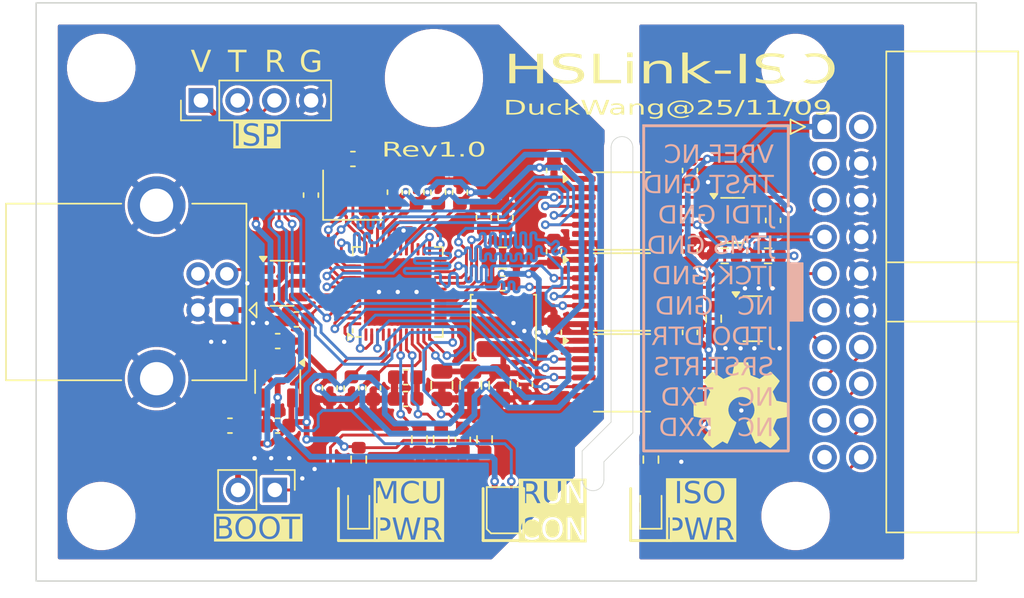
<source format=kicad_pcb>
(kicad_pcb (version 20241229) (generator "pcbnew") (generator_version "9.0")
  (layers (0 "F.Cu" signal) (2 "B.Cu" signal) (13 "F.Paste" user) (15 "B.Paste" user) (5 "F.SilkS" user "F.Silkscreen") (7 "B.SilkS" user "B.Silkscreen") (1 "F.Mask" user) (3 "B.Mask" user) (25 "Edge.Cuts" user))
  (net 0 "")
  (net 1 "VDD_SOC")
  (net 2 "GND")
  (net 3 "+3V3")
  (net 4 "/OTPCAP")
  (net 5 "/PMCCAP")
  (net 6 "/HOSCI")
  (net 7 "/HOSCO")
  (net 8 "/nRST")
  (net 9 "+5V")
  (net 10 "/ISP_RX")
  (net 11 "/ISP_TX")
  (net 13 "GND1")
  (net 14 "/ISO_JTRST")
  (net 15 "VCC")
  (net 17 "/ISO_JTMS")
  (net 18 "/ISO_RTS")
  (net 19 "/ISO_RXD")
  (net 20 "/ISO_JTDO")
  (net 21 "/ISO_TXD")
  (net 22 "/ISO_DTR")
  (net 23 "/ISO_SRST")
  (net 24 "/ISO_JTCK")
  (net 26 "/ISO_JTDI")
  (net 27 "/SW")
  (net 28 "/ISO_nRESET")
  (net 29 "/BOOT0")
  (net 30 "/BOOT1")
  (net 31 "/TRANS_PWM")
  (net 32 "/JTMS_DIR")
  (net 33 "/P_EN")
  (net 34 "/USB_D+")
  (net 35 "/nRESET")
  (net 36 "/JTRST")
  (net 37 "/JTMS_IN")
  (net 38 "/UART_RTS")
  (net 39 "/JTCK")
  (net 40 "/ADC_TVCC")
  (net 41 "/UART_DTR")
  (net 42 "/JTMS_OUT")
  (net 43 "/JTDI")
  (net 44 "/UART_TXD")
  (net 46 "/JTDO")
  (net 47 "/USB_D-")
  (net 48 "/SPI_CS")
  (net 49 "/ADC_VREF")
  (net 51 "/PORT_EN")
  (net 53 "/WS2812")
  (net 54 "/UART_RXD")
  (net 55 "/ISO_JTMS_DIR")
  (net 56 "/ISO_JTMS_OUT")
  (net 57 "Net-(J101-D-)")
  (net 58 "Net-(J101-D+)")
  (net 65 "Net-(D101-A)")
  (net 67 "Net-(D103-A)")
  (net 69 "Net-(U107-BP)")
  (footprint "Capacitor_SMD:C_0603_1608Metric" (layer "F.Cu") (at 186.5 93.3 90)
    (property "Reference" "C120" (hide yes))
    (property "Value" "20pF")
  )
  (footprint "myLib:MountingHole_2.2mm_M2" (layer "F.Cu") (at 220 115.5)
    (property "Reference" "H103" (hide yes))
    (property "Value" "MountingHole")
  )
  (footprint "myLib:MountingHole_2.2mm_M2" (layer "F.Cu") (at 172 84.5)
    (property "Reference" "H104" (hide yes))
    (property "Value" "MountingHole")
  )
  (footprint "Capacitor_SMD:C_0603_1608Metric" (layer "F.Cu") (at 193.05 105.9 180)
    (property "Reference" "C106" (hide yes))
    (property "Value" "4.7uF")
  )
  (footprint "LED_SMD:LED_WS2812B-2020_PLCC4_2.0x2.0mm" (layer "F.Cu") (at 199.8 115.1 90)
    (property "Reference" "D102" (hide yes))
    (property "Value" "WS2812B-2020")
  )
  (footprint "Capacitor_SMD:C_0603_1608Metric" (layer "F.Cu") (at 199.75 99.4)
    (property "Reference" "C104" (hide yes))
    (property "Value" "0.1uF")
  )
  (footprint "Capacitor_SMD:C_0603_1608Metric" (layer "F.Cu") (at 180.9 109.25 180)
    (property "Reference" "C124" (hide yes))
    (property "Value" "22nF")
  )
  (footprint "Resistor_SMD:R_0603_1608Metric" (layer "F.Cu") (at 198.5 110.2 -90)
    (property "Reference" "R101" (hide yes))
    (property "Value" "10K")
  )
  (footprint "Capacitor_SMD:C_0603_1608Metric" (layer "F.Cu") (at 190.8 106.65 -90)
    (property "Reference" "C118" (hide yes))
    (property "Value" "0.1uF")
  )
  (footprint "Package_SO:QSOP-16_3.9x4.9mm_P0.635mm" (layer "F.Cu") (at 208 94.4)
    (property "Reference" "U104" (hide yes))
    (property "Value" "ISO7741")
  )
  (footprint "Capacitor_SMD:C_0603_1608Metric" (layer "F.Cu") (at 197 110.2 -90)
    (property "Reference" "C121" (hide yes))
    (property "Value" "0.1uF")
  )
  (footprint "Capacitor_SMD:C_0805_2012Metric" (layer "F.Cu") (at 199.55 106.45 -90)
    (property "Reference" "C109" (hide yes))
    (property "Value" "10uF")
  )
  (footprint "Capacitor_SMD:C_0603_1608Metric" (layer "F.Cu") (at 218.45 95.05 -90)
    (property "Reference" "C126" (hide yes))
    (property "Value" "0.1uF")
  )
  (footprint "Capacitor_SMD:C_0603_1608Metric" (layer "F.Cu") (at 212.7 102.8 90)
    (property "Reference" "C127" (hide yes))
    (property "Value" "0.1uF")
  )
  (footprint "Resistor_SMD:R_0603_1608Metric" (layer "F.Cu") (at 215.1 97.5)
    (property "Reference" "R106" (hide yes))
    (property "Value" "10K")
  )
  (footprint "Resistor_SMD:R_0603_1608Metric" (layer "F.Cu") (at 218.1 97.5)
    (property "Reference" "R105" (hide yes))
    (property "Value" "10K")
  )
  (footprint "Capacitor_SMD:C_0603_1608Metric" (layer "F.Cu") (at 185.5 101.9 180)
    (property "Reference" "C116" (hide yes))
    (property "Value" "0.1uF")
  )
  (footprint "Resistor_SMD:R_0603_1608Metric" (layer "F.Cu") (at 189.8 111.6 -90)
    (property "Reference" "R109" (hide yes))
    (property "Value" "3.3K")
  )
  (footprint "myLib:MountingHole_2.2mm_M2" (layer "F.Cu") (at 172 115.5)
    (property "Reference" "H101" (hide yes))
    (property "Value" "MountingHole")
  )
  (footprint "Connector_PinHeader_2.54mm:PinHeader_1x04_P2.54mm_Vertical" (layer "F.Cu") (at 178.89 86.75 90)
    (property "Reference" "J102" (hide yes))
    (property "Value" "ISP")
  )
  (footprint "LED_SMD:LED_0603_1608Metric" (layer "F.Cu") (at 210 114.9 90)
    (property "Reference" "D101" (hide yes))
    (property "Value" "LED")
  )
  (footprint "Capacitor_SMD:C_0603_1608Metric" (layer "F.Cu") (at 192.3 93.1 90)
    (property "Reference" "C111" (hide yes))
    (property "Value" "0.1uF")
  )
  (footprint "Symbol:OSHW-Symbol_6.7x6mm_SilkScreen" (layer "F.Cu") (at 216.25 107.85)
    (property "Reference" "REF**" (hide yes))
    (property "Value" "OSHW-Symbol_6.7x6mm_SilkScreen" (hide yes))
  )
  (footprint "Capacitor_SMD:C_0603_1608Metric" (layer "F.Cu") (at 184.2 103.4)
    (property "Reference" "C122" (hide yes))
    (property "Value" "1uF")
  )
  (footprint "Capacitor_SMD:C_0603_1608Metric" (layer "F.Cu") (at 195.3 93.1 90)
    (property "Reference" "C112" (hide yes))
    (property "Value" "0.1uF")
  )
  (footprint "Capacitor_SMD:C_0805_2012Metric" (layer "F.Cu") (at 197.55 106.45 -90)
    (property "Reference" "C101" (hide yes))
    (property "Value" "22uF")
  )
  (footprint "Capacitor_SMD:C_0603_1608Metric" (layer "F.Cu") (at 196.8 93.1 90)
    (property "Reference" "C115" (hide yes))
    (property "Value" "0.1uF")
  )
  (footprint "Capacitor_SMD:C_0603_1608Metric" (layer "F.Cu") (at 201.3 106.4 -90)
    (property "Reference" "C110" (hide yes))
    (property "Value" "0.1uF")
  )
  (footprint "Capacitor_SMD:C_0603_1608Metric" (layer "F.Cu") (at 199.95 94.85 90)
    (property "Reference" "C108" (hide yes))
    (property "Value" "4.7uF")
  )
  (footprint "Capacitor_SMD:C_0603_1608Metric" (layer "F.Cu") (at 212.7 97.2 90)
    (property "Reference" "C125" (hide yes))
    (property "Value" "0.1uF")
  )
  (footprint "Package_TO_SOT_SMD:SOT-23-6" (layer "F.Cu") (at 184.5 99.4)
    (property "Reference" "U102" (hide yes))
    (property "Value" "USBLC6-2SC6")
  )
  (footprint "Capacitor_SMD:C_0603_1608Metric" (layer "F.Cu") (at 187.8 106.65 -90)
    (property "Reference" "C117" (hide yes))
    (property "Value" "0.1uF")
  )
  (footprint "Resistor_SMD:R_0603_1608Metric" (layer "F.Cu") (at 210 111.6 -90)
    (property "Reference" "R107" (hide yes))
    (property "Value" "3.3K")
  )
  (footprint "myLib:USB_B_Lumberg_2411_02_Horizontal" (layer "F.Cu") (at 180.6875 101.25 180)
    (property "Reference" "J101" (hide yes))
    (property "Value" "USB_B")
  )
  (footprint "Package_TO_SOT_SMD:SOT-23" (layer "F.Cu") (at 217.0375 101.85)
    (property "Reference" "Q101" (hide yes))
    (property "Value" "AO3400A")
  )
  (footprint "Package_DFN_QFN:QFN-48-1EP_6x6mm_P0.4mm_EP4.2x4.2mm" (layer "F.Cu") (at 192.5 100 90)
    (property "Reference" "U101" (hide yes))
    (property "Value" "HPM5301IEG1")
  )
  (footprint "myLib:MountingHole_2.2mm_M2" (layer "F.Cu") (at 220 84.5)
    (property "Reference" "H102" (hide yes))
    (property "Value" "MountingHole")
  )
  (footprint "Capacitor_SMD:C_0603_1608Metric" (layer "F.Cu") (at 203.3 97.2 90)
    (property "Reference" "C131" (hide yes))
    (property "Value" "0.1uF")
  )
  (footprint "Package_TO_SOT_SMD:SOT-23-5" (layer "F.Cu") (at 215.65 95.05)
    (property "Reference" "U105" (hide yes))
    (property "Value" "SN74LVC1G125DBV")
  )
  (footprint "Connector_IDC:IDC-Header_2x10_P2.54mm_Horizontal" (layer "F.Cu") (at 222.0025 88.57)
    (property "Reference" "J103" (hide yes))
    (property "Value" "IDC")
  )
  (footprint "Capacitor_SMD:C_0603_1608Metric" (layer "F.Cu") (at 193.05 107.4 180)
    (property "Reference" "C105" (hide yes))
    (property "Value" "0.1uF")
  )
  (footprint "Capacitor_SMD:C_0603_1608Metric" (layer "F.Cu") (at 203.3 91.6 -90)
    (property "Reference" "C129" (hide yes))
    (property "Value" "0.1uF")
  )
  (footprint "Capacitor_SMD:C_0805_2012Metric" (layer "F.Cu") (at 199.75 97.65)
    (property "Reference" "C103" (hide yes))
    (property "Value" "10uF")
  )
  (footprint "LED_SMD:LED_0603_1608Metric" (layer "F.Cu") (at 189.8 114.9 90)
    (property "Reference" "D103" (hide yes))
    (property "Value" "LED")
  )
  (footprint "Capacitor_SMD:C_0603_1608Metric" (layer "F.Cu") (at 184.2 109.25 180)
    (property "Reference" "C123" (hide yes))
    (property "Value" "1uF")
  )
  (footprint "Inductor_SMD:L_Sunlord_SWPA4020S" (layer "F.Cu") (at 199.8 102.45 90)
    (property "Reference" "L101" (hide yes))
    (property "Value" "4.7uH")
  )
  (footprint "Package_SO:QSOP-16_3.9x4.9mm_P0.635mm" (layer "F.Cu") (at 208 100)
    (property "Reference" "U103" (hide yes))
    (property "Value" "ISO7741")
  )
  (footprint "Resistor_SMD:R_0603_1608Metric" (layer "F.Cu") (at 195.5 110.2 -90)
    (property "Reference" "R103" (hide yes))
    (property "Value" "10K")
  )
  (footprint "myLib:MountingHole_3.2mm_M3" (layer "F.Cu") (at 195 85.2)
    (property "Reference" "H105" (hide yes))
    (property "Value" "MountingHole")
  )
  (footprint "Capacitor_SMD:C_0603_1608Metric" (layer "F.Cu") (at 212.7 91.6 -90)
    (property "Reference" "C128" (hide yes))
    (property "Value" "0.1uF")
  )
  (footprint "Capacitor_SMD:C_0603_1608Metric" (layer "F.Cu") (at 189.3 106.65 -90)
    (property "Reference" "C113" (hide yes))
    (property "Value" "0.1uF")
  )
  (footprint "Package_TO_SOT_SMD:SOT-23-5" (layer "F.Cu") (at 184.2 106.2 -90)
    (property "Reference" "U107" (hide yes))
    (property "Value" "RT9193")
  )
  (footprint "Resistor_SMD:R_0603_1608Metric" (layer "F.Cu") (at 194 110.2 -90)
    (property "Reference" "R104" (hide yes))
    (property "Value" "10K")
  )
  (footprint "Capacitor_SMD:C_0603_1608Metric" (layer "F.Cu") (at 193.8 93.1 90)
    (property "Reference" "C114" (hide yes))
    (property "Value" "0.1uF")
  )
  (footprint "Capacitor_SMD:C_0603_1608Metric" (layer "F.Cu") (at 203.3 102.8 90)
    (property "Reference" "C130" (hide yes))
    (property "Value" "0.1uF")
  )
  (footprint "Capacitor_SMD:C_0805_2012Metric" (layer "F.Cu") (at 195.55 106.45 -90)
    (property "Reference" "C102" (hide yes))
    (property "Value" "22uF")
  )
  (footprint "Capacitor_SMD:C_0603_1608Metric" (layer "F.Cu") (at 198.45 94.85 90)
    (property "Reference" "C107" (hide yes))
    (property "Value" "0.1uF")
  )
  (footprint "Crystal:Crystal_SMD_3225-4Pin_3.2x2.5mm" (layer "F.Cu") (at 189.4 93.3)
    (property "Reference" "Y101" (hide yes))
    (property "Value" "24MHz")
  )
  (footprint "Package_SO:QSOP-16_3.9x4.9mm_P0.635mm" (layer "F.Cu") (at 208 105.6)
    (property "Reference" "U106" (hide yes))
    (property "Value" "ISO7741")
  )
  (footprint "Resistor_SMD:R_0603_1608Metric" (layer "F.Cu") (at 214.3375 101.85 90)
    (property "Reference" "R102" (hide yes))
    (property "Value" "10K")
  )
  (footprint "Capacitor_SMD:C_0603_1608Metric" (layer "F.Cu") (at 189.4 90.8 180)
    (property "Reference" "C119" (hide yes))
    (property "Value" "20pF")
  )
  (footprint "Connector_PinHeader_2.54mm:PinHeader_1x02_P2.54mm_Vertical" (layer "F.Cu") (at 184 113.7 -90)
    (property "Reference" "SW101" (hide yes))
    (property "Value" "BOOT")
  )
  (gr_line (start 208.6 117.2) (end 211.4 117.2) (stroke (width 0.2)) (layer "F.SilkS"))
  (gr_line (start 188.4 113.6) (end 188.4 117.2) (stroke (width 0.2)) (layer "F.SilkS"))
  (gr_line (start 188.4 117.2) (end 191.2 117.2) (stroke (width 0.2)) (layer "F.SilkS"))
  (gr_line (start 198.4 113.6) (end 198.4 117.2) (stroke (width 0.2)) (layer "F.SilkS"))
  (gr_line (start 211.4 117.2) (end 211.4 113.6) (stroke (width 0.2)) (layer "F.SilkS"))
  (gr_line (start 201.2 117.2) (end 201.2 113.6) (stroke (width 0.2)) (layer "F.SilkS"))
  (gr_line (start 198.4 117.2) (end 201.2 117.2) (stroke (width 0.2)) (layer "F.SilkS"))
  (gr_line (start 208.6 113.6) (end 208.6 117.2) (stroke (width 0.2)) (layer "F.SilkS"))
  (gr_line (start 191.2 117.2) (end 191.2 113.6) (stroke (width 0.2)) (layer "F.SilkS"))
  (gr_rect (start 219.5 98) (end 220.5 102) (stroke (width 0.1)) (fill yes) (layer "B.SilkS"))
  (gr_rect (start 209.5 88.5) (end 219.5 111) (stroke (width 0.2)) (fill no) (layer "B.SilkS"))
  (gr_line (start 208.75 109.75) (end 206.75 111.75) (stroke (width 0.05)) (layer "Edge.Cuts"))
  (gr_rect (start 167.5 80) (end 232.5 120) (stroke (width 0.1)) (fill no) (layer "Edge.Cuts"))
  (gr_arc (start 206.75 113) (mid 206 113.75) (end 205.25 113) (stroke (width 0.05)) (layer "Edge.Cuts"))
  (gr_arc (start 207.25 90) (mid 208 89.25) (end 208.75 90) (stroke (width 0.05)) (layer "Edge.Cuts"))
  (gr_line (start 205.25 111) (end 205.25 113) (stroke (width 0.05)) (layer "Edge.Cuts"))
  (gr_line (start 207.25 90) (end 207.25 109) (stroke (width 0.05)) (layer "Edge.Cuts"))
  (gr_line (start 207.25 109) (end 205.25 111) (stroke (width 0.05)) (layer "Edge.Cuts"))
  (gr_line (start 208.75 109.75) (end 208.75 90) (stroke (width 0.05)) (layer "Edge.Cuts"))
  (gr_line (start 206.75 111.75) (end 206.75 113) (stroke (width 0.05)) (layer "Edge.Cuts"))
  (gr_text "HSLink-ISO" (at 199.8 85.9 0) (layer "F.SilkS") (effects (font (size 2 3) (thickness 0.1)) (justify left bottom)))
  (gr_text "ISO\nPWR" (at 213.4 115.25 0) (layer "F.SilkS" knockout) (effects (font (size 1.5 1.5) (thickness 0.1))))
  (gr_text "MCU\nPWR" (at 193.2 115.25 0) (layer "F.SilkS" knockout) (effects (font (size 1.5 1.5) (thickness 0.1))))
  (gr_text "Rev1.0" (at 195 90.8 0) (layer "F.SilkS") (effects (font (size 1 1.5) (thickness 0.1)) (justify bottom)))
  (gr_text "DuckWang@25/11/09" (at 199.8 87.9 0) (layer "F.SilkS") (effects (font (size 1 1.5) (thickness 0.1)) (justify left bottom)))
  (gr_text "G" (at 186.5 84.15 0) (layer "F.SilkS") (effects (font (size 1.5 1.5) (thickness 0.1))))
  (gr_text "R" (at 184 84.15 0) (layer "F.SilkS") (effects (font (size 1.5 1.5) (thickness 0.1))))
  (gr_text "RUN\nCON" (at 203.25 115.25 0) (layer "F.SilkS" knockout) (effects (font (size 1.5 1.5) (thickness 0.1))))
  (gr_text "T" (at 181.4 84.15 0) (layer "F.SilkS") (effects (font (size 1.5 1.5) (thickness 0.1))))
  (gr_text "BOOT" (at 182.75 116.45 0) (layer "F.SilkS" knockout) (effects (font (size 1.5 1.5) (thickness 0.1))))
  (gr_text "    ISP    " (at 182.7 89.25 0) (layer "F.SilkS" knockout) (effects (font (size 1.5 1.5) (thickness 0.1))))
  (gr_text "V" (at 178.9 84.15 0) (layer "F.SilkS") (effects (font (size 1.5 1.5) (thickness 0.1))))
  (gr_text "VREF NC\nTRST GND\nJTDI GND\nJTMS GND\nJTCK GND\nNC   GND\nJTDO DTR\nSRST RTS\nNC   TXD\nNC   RXD" (at 218.5 100 0) (layer "B.SilkS") (effects (font (size 1.25 1.25) (thickness 0.1)) (justify left mirror)))
  (segment (start 192.724 94.576) (end 193.099 94.576) (width 0.2) (layer "F.Cu") (net 1))
  (segment (start 193.701 105.099) (end 191.697388 105.099) (width 0.2) (layer "F.Cu") (net 1))
  (segment (start 189.05 104.6) (end 187.8 105.85) (width 0.2) (layer "F.Cu") (net 1))
  (segment (start 196.8 93.85) (end 197.55 93.1) (width 0.4) (layer "F.Cu") (net 1))
  (segment (start 186.275 104.35) (end 186.275 101.9) (width 0.4) (layer "F.Cu") (net 1))
  (segment (start 191.9 103.9) (end 191.2 104.6) (width 0.2) (layer "F.Cu") (net 1))
  (segment (start 193.5 103.620768) (end 194.051 104.171768) (width 0.2) (layer "F.Cu") (net 1))
  (segment (start 195.3 94.8) (end 193.5 96.6) (width 0.2) (layer "F.Cu") (net 1))
  (segment (start 195.875 94.8) (end 196.8 93.875) (width 0.2) (layer "F.Cu") (net 1))
  (segment (start 196.8 93.875) (end 196.8 93.85) (width 0.4) (layer "F.Cu") (net 1))
  (segment (start 191.697388 105.099) (end 190.946388 105.85) (width 0.2) (layer "F.Cu") (net 1))
  (segment (start 190.05 106.625) (end 190.8 105.875) (width 0.4) (layer "F.Cu") (net 1))
  (segment (start 191.9 102.95) (end 191.9 103.9) (width 0.2) (layer "F.Cu") (net 1))
  (segment (start 187.075 101) (end 186.275 101.8) (width 0.2) (layer "F.Cu") (net 1))
  (segment (start 190.946388 105.85) (end 190.825 105.85) (width 0.2) (layer "F.Cu") (net 1))
  (segment (start 193.8 93.85) (end 194.55 93.1) (width 0.4) (layer "F.Cu") (net 1))
  (segment (start 187.8 105.875) (end 186.275 104.35) (width 0.4) (layer "F.Cu") (net 1))
  (segment (start 187.05 106.65) (end 187.05 106.625) (width 0.4) (layer "F.Cu") (net 1))
  (segment (start 193.8 93.875) (end 193.8 93.85) (width 0.4) (layer "F.Cu") (net 1))
  (segment (start 187.05 106.625) (end 187.8 105.875) (width 0.4) (layer "F.Cu") (net 1))
  (segment (start 197.55 105.500001) (end 199.55 105.500001) (width 0.4) (layer "F.Cu") (net 1))
  (segment (start 187.8 105.85) (end 187.8 105.875) (width 0.2) (layer "F.Cu") (net 1))
  (segment (start 198.6 106.45) (end 199.55 105.500001) (width 0.4) (layer "F.Cu") (net 1))
  (segment (start 199.674999 105.625) (end 199.55 105.500001) (width 0.4) (layer "F.Cu") (net 1))
  (segment (start 193.5 102.95) (end 193.5 103.620768) (width 0.2) (layer "F.Cu") (net 1))
  (segment (start 190.05 106.65) (end 190.05 106.625) (width 0.4) (layer "F.Cu") (net 1))
  (segment (start 195.3 94.8) (end 195.875 94.8) (width 0.2) (layer "F.Cu") (net 1))
  (segment (start 191.5 97.05) (end 191.5 95.8) (width 0.2) (layer "F.Cu") (net 1))
  (segment (start 199.8 105.250001) (end 199.55 105.500001) (width 0.4) (layer "F.Cu") (net 1))
  (segment (start 191.2 104.6) (end 189.05 104.6) (width 0.2) (layer "F.Cu") (net 1))
  (segment (start 194.051 104.171768) (end 194.051 104.749) (width 0.2) (layer "F.Cu") (net 1))
  (segment (start 194.051 104.749) (end 193.701 105.099) (width 0.2) (layer "F.Cu") (net 1))
  (segment (start 186.275 101.8) (end 186.275 101.9) (width 0.2) (layer "F.Cu") (net 1))
  (segment (start 193.5 96.6) (end 193.5 97.05) (width 0.2) (layer "F.Cu") (net 1))
  (segment (start 201.3 105.625) (end 199.674999 105.625) (width 0.4) (layer "F.Cu") (net 1))
  (segment (start 193.099 94.576) (end 193.8 93.875) (width 0.2) (layer "F.Cu") (net 1))
  (segment (start 189.55 101) (end 187.075 101) (width 0.2) (layer "F.Cu") (net 1))
  (segment (start 186.275 101.9) (end 186.175 101.9) (width 0.4) (layer "F.Cu") (net 1))
  (segment (start 199.8 103.95) (end 199.8 105.250001) (width 0.4) (layer "F.Cu") (net 1))
  (segment (start 195.55 105.500001) (end 197.55 105.500001) (width 0.4) (layer "F.Cu") (net 1))
  (segment (start 191.5 95.8) (end 192.724 94.576) (width 0.2) (layer "F.Cu") (net 1))
  (segment (start 190.825 105.85) (end 190.8 105.875) (width 0.2) (layer "F.Cu") (net 1))
  (via (at 194.55 93.1) (size 0.6) (drill 0.3) (layers "F.Cu" "B.Cu") (net 1))
  (via (at 198.6 106.45) (size 0.6) (drill 0.3) (layers "F.Cu" "B.Cu") (net 1))
  (via (at 190.05 106.65) (size 0.6) (drill 0.3) (layers "F.Cu" "B.Cu") (net 1))
  (via (at 197.55 93.1) (size 0.6) (drill 0.3) (layers "F.Cu" "B.Cu") (net 1))
  (via (at 187.05 106.65) (size 0.6) (drill 0.3) (layers "F.Cu" "B.Cu") (net 1))
  (segment (start 205.9 105.7) (end 203.6 108) (width 0.4) (layer "B.Cu") (net 1))
  (segment (start 197.8 108.5) (end 197.8 107.25) (width 0.4) (layer "B.Cu") (net 1))
  (segment (start 194.55 93.1) (end 195.25 92.4) (width 0.4) (layer "B.Cu") (net 1))
  (segment (start 195.25 92.4) (end 196.85 92.4) (width 0.4) (layer "B.Cu") (net 1))
  (segment (start 196.85 92.4) (end 197.55 93.1) (width 0.4) (layer "B.Cu") (net 1))
  (segment (start 196.5 109.8) (end 197.8 108.5) (width 0.4) (layer "B.Cu") (net 1))
  (segment (start 187.8 107.4) (end 189.3 107.4) (width 0.4) (layer "B.Cu") (net 1))
  (segment (start 190.05 107.85) (end 192 109.8) (width 0.4) (layer "B.Cu") (net 1))
  (segment (start 201.3 90.5) (end 204.3 90.5) (width 0.4) (layer "B.Cu") (net 1))
  (segment (start 197.8 107.25) (end 198.6 106.45) (width 0.4) (layer "B.Cu") (net 1))
  (segment (start 204.3 90.5) (end 205.9 92.1) (width 0.4) (layer "B.Cu") (net 1))
  (segment (start 189.3 107.4) (end 190.05 106.65) (width 0.4) (layer "B.Cu") (net 1))
  (segment (start 197.55 93.1) (end 198.7 93.1) (width 0.4) (layer "B.Cu") (net 1))
  (segment (start 203.6 108) (end 200.15 108) (width 0.4) (layer "B.Cu") (net 1))
  (segment (start 190.05 106.65) (end 190.05 107.85) (width 0.4) (layer "B.Cu") (net 1))
  (segment (start 192 109.8) (end 196.5 109.8) (width 0.4) (layer "B.Cu") (net 1))
  (segment (start 198.7 93.1) (end 201.3 90.5) (width 0.4) (layer "B.Cu") (net 1))
  (segment (start 200.15 108) (end 198.6 106.45) (width 0.4) (layer "B.Cu") (net 1))
  (segment (start 205.9 92.1) (end 205.9 105.7) (width 0.4) (layer "B.Cu") (net 1))
  (segment (start 187.05 106.65) (end 187.8 107.4) (width 0.4) (layer "B.Cu") (net 1))
  (segment (start 205.3625 96.6225) (end 203.4975 96.6225) (width 0.4) (layer "F.Cu") (net 2))
  (segment (start 206.180582 98.4125) (end 206.526 98.067082) (width 0.4) (layer "F.Cu") (net 2))
  (segment (start 206.526 93.026) (end 206.526 97.5) (width 0.4) (layer "F.Cu") (net 2))
  (segment (start 205.3625 98.4125) (end 206.180582 98.4125) (width 0.4) (layer "F.Cu") (net 2))
  (segment (start 206.526 103.835082) (end 206.348582 104.0125) (width 0.4) (layer "F.Cu") (net 2))
  (segment (start 206.526 107.724) (end 206.526 103.835082) (width 0.4) (layer "F.Cu") (net 2))
  (segment (start 192.699999 97.05) (end 192.699999 95.950001) (width 0.2) (layer "F.Cu") (net 2))
  (segment (start 206.526 102.573501) (end 206.526 103.25) (width 0.4) (layer "F.Cu") (net 2))
  (segment (start 206.3125 92.8125) (end 206.526 93.026) (width 0.4) (layer "F.Cu") (net 2))
  (segment (start 206.348582 104.0125) (end 205.3625 104.0125) (width 0.4) (layer "F.Cu") (net 2))
  (segment (start 205.3625 92.8125) (end 203.7375 92.8125) (width 0.4) (layer "F.Cu") (net 2))
  (segment (start 203.3 102.025) (end 203.4975 102.2225) (width 0.4) (layer "F.Cu") (net 2))
  (segment (start 205.3625 92.8125) (end 206.3125 92.8125) (width 0.4) (layer "F.Cu") (net 2))
  (segment (start 203.4975 96.6225) (end 203.3 96.425) (width 0.4) (layer "F.Cu") (net 2))
  (segment (start 206.526 96.973501) (end 206.174999 96.6225) (width 0.4) (layer "F.Cu") (net 2))
  (segment (start 205.3625 107.8225) (end 206.4275 107.8225) (width 0.4) (layer "F.Cu") (net 2))
  (segment (start 206.526 98.067082) (end 206.526 97.5) (width 0.4) (layer "F.Cu") (net 2))
  (segment (start 206.174999 102.2225) (end 206.526 102.573501) (width 0.4) (layer "F.Cu") (net 2))
  (segment (start 206.4275 107.8225) (end 206.526 107.724) (width 0.4) (layer "F.Cu") (net 2))
  (segment (start 203.4975 102.2225) (end 205.3625 102.2225) (width 0.4) (layer "F.Cu") (net 2))
  (segment (start 206.526 103.25) (end 206.526 103.835082) (width 0.4) (layer "F.Cu") (net 2))
  (segment (start 205.3625 102.2225) (end 206.174999 102.2225) (width 0.4) (layer "F.Cu") (net 2))
  (segment (start 200.625 102.025) (end 200.5 102.15) (width 0.4) (layer "F.Cu") (net 2))
  (segment (start 206.526 97.5) (end 206.526 96.973501) (width 0.4) (layer "F.Cu") (net 2))
  (segment (start 192.699999 95.950001) (end 192.9 95.75) (width 0.2) (layer "F.Cu") (net 2))
  (segment (start 203.3 102.025) (end 200.625 102.025) (width 0.4) (layer "F.Cu") (net 2))
  (segment (start 206.174999 96.6225) (end 205.3625 96.6225) (width 0.4) (layer "F.Cu") (net 2))
  (segment (start 206.526 103.25) (end 206.526 97.5) (width 0.4) (layer "F.Cu") (net 2))
  (segment (start 203.7375 92.8125) (end 203.3 92.375) (width 0.4) (layer "F.Cu") (net 2))
  (via (at 185 111.5) (size 0.6) (drill 0.3) (layers "F.Cu" "B.Cu") (net 2))
  (via (at 182.5 102.15) (size 0.6) (drill 0.3) (layers "F.Cu" "B.Cu") (net 2))
  (via (at 183.45 102.15) (size 0.6) (drill 0.3) (layers "F.Cu" "B.Cu") (net 2))
  (via (at 186.75 112.25) (size 0.6) (drill 0.3) (layers "F.Cu" "B.Cu") (net 2))
  (via (at 193.8 100) (size 0.6) (drill 0.3) (layers "F.Cu" "B.Cu") (net 2))
  (via (at 183.75 111.5) (size 0.6) (drill 0.3) (layers "F.Cu" "B.Cu") (net 2))
  (via (at 179.6 103.45) (size 0.6) (drill 0.3) (layers "F.Cu" "B.Cu") (net 2))
  (via (at 185.9 112.9) (size 0.6) (drill 0.3) (layers "F.Cu" "B.Cu") (net 2))
  (via (at 200.5 102.15) (size 0.6) (drill 0.3) (layers "F.Cu" "B.Cu") (net 2))
  (via (at 201.25 102.7) (size 0.6) (drill 0.3) (layers "F.Cu" "B.Cu") (net 2))
  (via (at 192.5 100) (size 0.6) (drill 0.3) (layers "F.Cu" "B.Cu") (net 2))
  (via (at 191.2 100) (size 0.6) (drill 0.3) (layers "F.Cu" "B.Cu") (net 2))
  (via (at 182.1 99.4) (size 0.6) (drill 0.3) (layers "F.Cu" "B.Cu") (net 2))
  (via (at 182.6 111.5) (size 0.6) (drill 0.3) (layers "F.Cu" "B.Cu") (net 2))
  (via (at 180.5 103.45) (size 0.6) (drill 0.3) (layers "F.Cu" "B.Cu") (net 2))
  (via (at 192.9 95.75) (size 0.6) (drill 0.3) (layers "F.Cu" "B.Cu") (net 2))
  (segment (start 196.8 101) (end 198.4 99.4) (width 0.2) (layer "F.Cu") (net 3))
  (segment (start 185.149999 108.825001) (end 184.975 109) (width 0.4) (layer "F.Cu") (net 3))
  (segment (start 192.901 110.274) (end 192.4 110.775) (width 0.2) (layer "F.Cu") (net 3))
  (segment (start 182.7 93.8) (end 182.7 95.3) (width 0.4) (layer "F.Cu") (net 3))
  (segment (start 192.4 110.775) (end 189.8 110.775) (width 0.2) (layer "F.Cu") (net 3))
  (segment (start 185.149999 107.3375) (end 185.149999 108.825001) (width 0.4) (layer "F.Cu") (net 3))
  (segment (start 191.9 95.9) (end 192.3 95.5) (width 0.2) (layer "F.Cu") (net 3))
  (segment (start 205.3625 97.7775) (end 203.4975 97.7775) (width 0.4) (layer "F.Cu") (net 3))
  (segment (start 194.45 95.15) (end 194.6 95) (width 0.2) (layer "F.Cu") (net 3))
  (segment (start 202.8 103.1) (end 203.275 103.575) (width 0.4) (layer "F.Cu") (net 3))
  (segment (start 192.3 95.5) (end 192.649 95.151) (width 0.2) (layer "F.Cu") (net 3))
  (segment (start 184.975 109.25) (end 184.975 109.2) (width 0.4) (layer "F.Cu") (net 3))
  (segment (start 198.975 97.825) (end 198.8 97.65) (width 0.4) (layer "F.Cu") (net 3))
  (segment (start 178.9 86.75) (end 181.7 89.55) (width 0.4) (layer "F.Cu") (net 3))
  (segment (start 194.05 95.55) (end 194.6 95) (width 0.2) (layer "F.Cu") (net 3))
  (segment (start 203.275 103.575) (end 203.3 103.575) (width 0.4) (layer "F.Cu") (net 3))
  (segment (start 194.224 95.376) (end 194.45 95.15) (width 0.2) (layer "F.Cu") (net 3))
  (segment (start 184.975 109.25) (end 183.7375 110.4875) (width 0.4) (layer "F.Cu") (net 3))
  (segment (start 203.4975 103.3775) (end 203.3 103.575) (width 0.4) (layer "F.Cu") (net 3))
  (segment (start 205.3625 103.3775) (end 203.4975 103.3775) (width 0.4) (layer "F.Cu") (net 3))
  (segment (start 192.3 94.4) (end 192.3 93.875) (width 0.2) (layer "F.Cu") (net 3))
  (segment (start 181.7 89.55) (end 181.7 92.8) (width 0.4) (layer "F.Cu") (net 3))
  (segment (start 183.7375 110.4875) (end 183.4875 110.4875) (width 0.4) (layer "F.Cu") (net 3))
  (segment (start 205.3625 92.1775) (end 204.6525 92.1775) (width 0.4) (layer "F.Cu") (net 3))
  (segment (start 192.300001 97.05) (end 192.3 95.5) (width 0.2) (layer "F.Cu") (net 3))
  (segment (start 194.6 95) (end 195.3 94.3) (width 0.2) (layer "F.Cu") (net 3))
  (segment (start 202.549 103.1) (end 202.8 103.1) (width 0.4) (layer "F.Cu") (net 3))
  (segment (start 186.2 109) (end 186.2 110.2) (width 0.4) (layer "F.Cu") (net 3))
  (segment (start 198.5 111.025) (end 198.400001 111.025) (width 0.2) (layer "F.Cu") (net 3))
  (segment (start 202.249 102.8) (end 202.549 103.1) (width 0.4) (layer "F.Cu") (net 3))
  (segment (start 202.325 97.975) (end 201.55 98.75) (width 0.4) (layer "F.Cu") (net 3))
  (segment (start 191.3 105) (end 190.15 105) (width 0.2) (layer "F.Cu") (net 3))
  (segment (start 183.4875 110.4875) (end 182.2625 110.4875) (width 0.4) (layer "F.Cu") (net 3))
  (segment (start 202.3 91.4) (end 202.725 91.4) (width 0.4) (layer "F.Cu") (net 3))
  (segment (start 182.2625 110.4875) (end 181.46 111.29) (width 0.4) (layer "F.Cu") (net 3))
  (segment (start 189.725 110.7) (end 189.8 110.775) (width 0.2) (layer "F.Cu") (net 3))
  (segment (start 198.975 99.4) (end 198.975 97.825) (width 0.4) (layer "F.Cu") (net 3))
  (segment (start 190.15 105) (end 189.3 105.85) (width 0.2) (layer "F.Cu") (net 3))
  (segment (start 198.4 99.4) (end 198.975 99.4) (width 0.2) (layer "F.Cu") (net 3))
  (segment (start 204.6525 92.1775) (end 203.3 90.825) (width 0.4) (layer "F.Cu") (net 3))
  (segment (start 191.100001 97.05) (end 191.100001 95.599999) (width 0.2) (layer "F.Cu") (net 3))
  (segment (start 192.300001 102.95) (end 192.300001 103.999999) (width 0.2) (layer "F.Cu") (net 3))
  (segment (start 192.649 95.151) (end 194.449 95.151) (width 0.2) (layer "F.Cu") (net 3))
  (segment (start 193.1 96.5) (end 194.05 95.55) (width 0.2) (layer "F.Cu") (net 3))
  (segment (start 191.100001 95.599999) (end 192.3 94.4) (width 0.2) (layer "F.Cu") (net 3))
  (segment (start 185.175 109) (end 186.2 109) (width 0.4) (layer "F.Cu") (net 3))
  (segment (start 195.3 93.875) (end 195.3 93.85) (width 0.4) (layer "F.Cu") (net 3))
  (segment (start 178.89 86.75) (end 178.9 86.75) (width 0.4) (layer "F.Cu") (net 3))
  (segment (start 192.300001 103.999999) (end 191.3 105) (width 0.2) (layer "F.Cu") (net 3))
  (segment (start 192.3 93.85) (end 193.05 93.1) (width 0.4) (layer "F.Cu") (net 3))
  (segment (start 195.3 93.85) (end 196.05 93.1) (width 0.4) (layer "F.Cu") (net 3))
  (segment (start 193.1 97.05) (end 193.1 96.5) (width 0.2) (layer "F.Cu") (net 3))
  (segment (start 194.05 95.55) (end 194.224 95.376) (width 0.2) (layer "F.Cu") (net 3))
  (segment (start 192.3 93.875) (end 192.3 93.85) (width 0.4) (layer "F.Cu") (net 3))
  (segment (start 194.449 95.151) (end 194.45 95.15) (width 0.2) (layer "F.Cu") (net 3))
  (segment (start 189.3 105.9) (end 188.55 106.65) (width 0.4) (layer "F.Cu") (net 3))
  (segment (start 189.3 105.85) (end 189.3 105.875) (width 0.2) (layer "F.Cu") (net 3))
  (segment (start 184.975 109.2) (end 185.175 109) (width 0.4) (layer "F.Cu") (net 3))
  (segment (start 188.8 110.7) (end 189.725 110.7) (width 0.2) (layer "F.Cu") (net 3))
  (segment (start 202.725 91.4) (end 203.3 90.825) (width 0.4) (layer "F.Cu") (net 3))
  (segment (start 197.649001 110.274) (end 192.901 110.274) (width 0.2) (layer "F.Cu") (net 3))
  (segment (start 198.975 99.4) (end 199.05 99.4) (width 0.4) (layer "F.Cu") (net 3))
  (segment (start 195.45 101) (end 196.8 101) (width 0.2) (layer "F.Cu") (net 3))
  (segment (start 203.4975 97.7775) (end 203.3 97.975) (width 0.4) (layer "F.Cu") (net 3))
  (segment (start 198.400001 111.025) (end 197.649001 110.274) (width 0.2) (layer "F.Cu") (net 3))
  (segment (start 191.9 97.05) (end 191.9 95.9) (width 0.2) (layer "F.Cu") (net 3))
  (segment (start 199.05 99.4) (end 199.7 98.75) (width 0.4) (layer "F.Cu") (net 3))
  (segment (start 184.975 109) (end 184.975 109.25) (width 0.4) (layer "F.Cu") (net 3))
  (segment (start 195.3 94.3) (end 195.3 93.875) (width 0.2) (layer "F.Cu") (net 3))
  (segment (start 189.3 105.875) (end 189.3 105.9) (width 0.4) (layer "F.Cu") (net 3))
  (segment (start 181.46 111.29) (end 181.46 113.7) (width 0.4) (layer "F.Cu") (net 3))
  (segment (start 203.3 97.975) (end 202.325 97.975) (width 0.4) (layer "F.Cu") (net 3))
  (segment (start 181.7 92.8) (end 182.7 93.8) (width 0.4) (layer "F.Cu") (net 3))
  (via (at 199.7 98.75) (size 0.6) (drill 0.3) (layers "F.Cu" "B.Cu") (net 3))
  (via (at 202.249 102.8) (size 0.6) (drill 0.3) (layers "F.Cu" "B.Cu") (net 3))
  (via (at 182.7 95.3) (size 0.6) (drill 0.3) (layers "F.Cu" "B.Cu") (net 3))
  (via (at 193.05 93.1) (size 0.6) (drill 0.3) (layers "F.Cu" "B.Cu") (net 3))
  (via (at 188.8 110.7) (size 0.6) (drill 0.3) (layers "F.Cu" "B.Cu") (net 3))
  (via (at 201.55 98.75) (size 0.6) (drill 0.3) (layers "F.Cu" "B.Cu") (net 3))
  (via (at 202.3 91.4) (size 0.6) (drill 0.3) (layers "F.Cu" "B.Cu") (net 3))
  (via (at 188.55 106.65) (size 0.6) (drill 0.3) (layers "F.Cu" "B.Cu") (net 3))
  (via (at 186.2 109) (size 0.6) (drill 0.3) (layers "F.Cu" "B.Cu") (net 3))
  (via (at 183.4875 110.4875) (size 0.6) (drill 0.3) (layers "F.Cu" "B.Cu") (net 3))
  (via (at 186.2 110.2) (size 0.6) (drill 0.3) (layers "F.Cu" "B.Cu") (net 3))
  (via (at 196.05 93.1) (size 0.6) (drill 0.3) (layers "F.Cu" "B.Cu") (net 3))
  (segment (start 186.2 110.2) (end 188.3 110.2) (width 0.4) (layer "B.Cu") (net 3))
  (segment (start 204.3 104.4) (end 204.3 106.1) (width 0.4) (layer "B.Cu") (net 3))
  (segment (start 196.05 93.1) (end 196.701 93.751) (width 0.4) (layer "B.Cu") (net 3))
  (segment (start 186.2 109) (end 186.2 106.4) (width 0.4) (layer "B.Cu") (net 3))
  (segment (start 196.9 106.5) (end 196.9 108.3) (width 0.4) (layer "B.Cu") (net 3))
  (segment (start 191.6 106.9) (end 190.6 105.9) (width 0.4) (layer "B.Cu") (net 3))
  (segment (start 202.549 103.1) (end 203 103.1) (width 0.4) (layer "B.Cu") (net 3))
  (segment (start 182.7 95.3) (end 182.7 95.5) (width 0.4) (layer "B.Cu") (net 3))
  (segment (start 202.251 99.151) (end 201.85 98.75) (width 0.4) (layer "B.Cu") (net 3))
  (segment (start 201.6 91.4) (end 202.3 91.4) (width 0.4) (layer "B.Cu") (net 3))
  (segment (start 184.9 106.1) (end 184.1 106.1) (width 0.4) (layer "B.Cu") (net 3))
  (segment (start 196.1 109.1) (end 192.279232 109.1) (width 0.4) (layer "B.Cu") (net 3))
  (segment (start 186.8 105.8) (end 187.7 105.8) (width 0.4) (layer "B.Cu") (net 3))
  (segment (start 182.7 95.5) (end 183.7 96.5) (width 0.4) (layer "B.Cu") (net 3))
  (segment (start 185.8 102.9) (end 185.8 105.2) (width 0.4) (layer "B.Cu") (net 3))
  (segment (start 184.1 106.1) (end 183.4875 106.7125) (width 0.4) (layer "B.Cu") (net 3))
  (segment (start 196.9 108.3) (end 196.1 109.1) (width 0.4) (layer "B.Cu") (net 3))
  (segment (start 196.701 93.751) (end 199.249 93.751) (width 0.4) (layer "B.Cu") (net 3))
  (segment (start 199.3 105.3) (end 198.1 105.3) (width 0.4) (layer "B.Cu") (net 3))
  (segment (start 202.249 99.76319) (end 202.251 99.76119) (width 0.4) (layer "B.Cu") (net 3))
  (segment (start 193.75 93.8) (end 195.35 93.8) (width 0.4) (layer "B.Cu") (net 3))
  (segment (start 192.279232 109.1) (end 191.6 108.420768) (width 0.4) (layer "B.Cu") (net 3))
  (segment (start 193.05 93.1) (end 193.75 93.8) (width 0.4) (layer "B.Cu") (net 3))
  (segment (start 189.3 105.9) (end 188.55 106.65) (width 0.4) (layer "B.Cu") (net 3))
  (segment (start 186.2 106.4) (end 186.8 105.8) (width 0.4) (layer "B.Cu") (net 3))
  (segment (start 201.3 107.3) (end 199.3 105.3) (width 0.4) (layer "B.Cu") (net 3))
  (segment (start 202.249 102.8) (end 202.549 103.1) (width 0.4) (layer "B.Cu") (net 3))
  (segment (start 203 103.1) (end 204.3 104.4) (width 0.4) (layer "B.Cu") (net 3))
  (segment (start 204.3 106.1) (end 203.1 107.3) (width 0.4) (layer "B.Cu") (net 3))
  (segment (start 205.2 100.9) (end 203 103.1) (width 0.4) (layer "B.Cu") (net 3))
  (segment (start 204.1 91.4) (end 205.2 92.5) (width 0.4) (layer "B.Cu") (net 3))
  (segment (start 187.7 105.8) (end 188.55 106.65) (width 0.4) (layer "B.Cu") (net 3))
  (segment (start 201.85 98.75) (end 201.55 98.75) (width 0.4) (layer "B.Cu") (net 3))
  (segment (start 183.7 100.8) (end 185.8 102.9) (width 0.4) (layer "B.Cu") (net 3))
  (segment (start 203.1 107.3) (end 201.3 107.3) (width 0.4) (layer "B.Cu") (net 3))
  (segment (start 183.4875 106.7125) (end 183.4875 110.4875) (width 0.4) (layer "B.Cu") (net 3))
  (segment (start 195.35 93.8) (end 196.05 93.1) (width 0.4) (layer "B.Cu") (net 3))
  (segment (start 183.7 96.5) (end 183.7 100.8) (width 0.4) (layer "B.Cu") (net 3))
  (segment (start 202.249 102.8) (end 202.249 99.76319) (width 0.4) (layer "B.Cu") (net 3))
  (segment (start 185.8 105.2) (end 184.9 106.1) (width 0.4) (layer "B.Cu") (net 3))
  (segment (start 191.6 108.420768) (end 191.6 106.9) (width 0.4) (layer "B.Cu") (net 3))
  (segment (start 198.1 105.3) (end 196.9 106.5) (width 0.4) (layer "B.Cu") (net 3))
  (segment (start 188.3 110.2) (end 188.8 110.7) (width 0.4) (layer "B.Cu") (net 3))
  (segment (start 201.55 98.75) (end 199.7 98.75) (width 0.4) (layer "B.Cu") (net 3))
  (segment (start 205.2 92.5) (end 205.2 100.9) (width 0.4) (layer "B.Cu") (net 3))
  (segment (start 202.3 91.4) (end 204.1 91.4) (width 0.4) (layer "B.Cu") (net 3))
  (segment (start 190.6 105.9) (end 189.3 105.9) (width 0.4) (layer "B.Cu") (net 3))
  (segment (start 199.249 93.751) (end 201.6 91.4) (width 0.4) (layer "B.Cu") (net 3))
  (segment (start 202.251 99.76119) (end 202.251 99.151) (width 0.4) (layer "B.Cu") (net 3))
  (segment (start 194.402 104.02638) (end 194.402 105.348001) (width 0.2) (layer "F.Cu") (net 4))
  (segment (start 193.899999 103.524379) (end 194.402 104.02638) (width 0.2) (layer "F.Cu") (net 4))
  (segment (start 193.850001 105.9) (end 193.825 105.9) (width 0.2) (layer "F.Cu") (net 4))
  (segment (start 193.825 107.4) (end 193.825 105.9) (width 0.4) (layer "F.Cu") (net 4))
  (segment (start 193.899999 102.95) (end 193.899999 103.524379) (width 0.2) (layer "F.Cu") (net 4))
  (segment (start 194.402 105.348001) (end 193.850001 105.9) (width 0.2) (layer "F.Cu") (net 4))
  (segment (start 197.951 96.899) (end 197.951 99.199) (width 0.2) (layer "F.Cu") (net 5))
  (segment (start 198.45 96.4) (end 197.951 96.899) (width 0.2) (layer "F.Cu") (net 5))
  (segment (start 198.45 95.625) (end 199.95 95.625) (width 0.4) (layer "F.Cu") (net 5))
  (segment (start 198.45 95.625) (end 198.45 96.4) (width 0.2) (layer "F.Cu") (net 5))
  (segment (start 197.951 99.199) (end 196.55 100.6) (width 0.2) (layer "F.Cu") (net 5))
  (segment (start 196.55 100.6) (end 195.45 100.6) (width 0.2) (layer "F.Cu") (net 5))
  (segment (start 190.175 92.125) (end 190.5 92.45) (width 0.4) (layer "F.Cu") (net 6))
  (segment (start 189.4 93.55) (end 189.4 95.2) (width 0.2) (layer "F.Cu") (net 6))
  (segment (start 190.5 92.45) (end 189.4 93.55) (width 0.2) (layer "F.Cu") (net 6))
  (segment (start 190.175 90.8) (end 190.175 92.125) (width 0.4) (layer "F.Cu") (net 6))
  (segment (start 190.7 96.5) (end 190.7 97.05) (width 0.2) (layer "F.Cu") (net 6))
  (segment (start 189.4 95.2) (end 190.7 96.5) (width 0.2) (layer "F.Cu") (net 6))
  (segment (start 188.95 94.8) (end 188.3 94.15) (width 0.2) (layer "F.Cu") (net 7))
  (segment (start 188.95 95.25) (end 190.3 96.6) (width 0.2) (layer "F.Cu") (net 7))
  (segment (start 188.3 94.15) (end 186.575 94.15) (width 0.4) (layer "F.Cu") (net 7))
  (segment (start 186.575 94.15) (end 186.5 94.075) (width 0.4) (layer "F.Cu") (net 7))
  (segment (start 190.3 96.6) (end 190.3 97.05) (width 0.2) (layer "F.Cu") (net 7))
  (segment (start 188.95 95.25) (end 188.95 94.8) (width 0.2) (layer "F.Cu") (net 7))
  (segment (start 195.5 108.45) (end 196.025 108.45) (width 0.2) (layer "F.Cu") (net 8))
  (segment (start 195.9 102.2) (end 196.1 102.4) (width 0.2) (layer "F.Cu") (net 8))
  (segment (start 198.499999 109.374999) (end 197.050001 109.374999) (width 0.2) (layer "F.Cu") (net 8))
  (segment (start 197.050001 109.374999) (end 197 109.425) (width 0.2) (layer "F.Cu") (net 8))
  (segment (start 196.1 102.4) (end 196.3 102.6) (width 0.2) (layer "F.Cu") (net 8))
  (segment (start 196.025 108.45) (end 197 109.425) (width 0.2) (layer "F.Cu") (net 8))
  (segment (start 198.5 109.375) (end 198.499999 109.374999) (width 0.2) (layer "F.Cu") (net 8))
  (segment (start 195.45 102.2) (end 195.9 102.2) (width 0.2) (layer "F.Cu") (net 8))
  (segment (start 196.3 102.6) (end 196.3 103.5) (width 0.2) (layer "F.Cu") (net 8))
  (via (at 196.3 103.5) (size 0.6) (drill 0.3) (layers "F.Cu" "B.Cu") (net 8))
  (via (at 195.5 108.45) (size 0.6) (drill 0.3) (layers "F.Cu" "B.Cu") (net 8))
  (segment (start 195.5 108) (end 194.3 106.8) (width 0.2) (layer "B.Cu") (net 8))
  (segment (start 194.3 104.05) (end 194.85 103.5) (width 0.2) (layer "B.Cu") (net 8))
  (segment (start 194.85 103.5) (end 196.3 103.5) (width 0.2) (layer "B.Cu") (net 8))
  (segment (start 195.5 108.45) (end 195.5 108) (width 0.2) (layer "B.Cu") (net 8))
  (segment (start 194.3 106.8) (end 194.3 104.05) (width 0.2) (layer "B.Cu") (net 8))
  (segment (start 183.25 105.0625) (end 183.25 103.575) (width 0.4) (layer "F.Cu") (net 9))
  (segment (start 180.6875 101.25) (end 180.6875 101.5875) (width 0.4) (layer "F.Cu") (net 9))
  (segment (start 183.8 106.2) (end 183.250001 105.650001) (width 0.4) (layer "F.Cu") (net 9))
  (segment (start 182.5 103.4) (end 183.425 103.4) (width 0.4) (layer "F.Cu") (net 9))
  (segment (start 199.2 113.1) (end 199.2 114.135) (width 0.4) (layer "F.Cu") (net 9))
  (segment (start 184.2 107.3) (end 184.2 106.2) (width 0.4) (layer "F.Cu") (net 9))
  (segment (start 184.5 99.875001) (end 184.975001 99.4) (width 0.4) (layer "F.Cu") (net 9))
  (segment (start 184.2 106.2) (end 183.8 106.2) (width 0.4) (layer "F.Cu") (net 9))
  (segment (start 199.2 114.135) (end 199.25 114.185) (width 0.4) (layer "F.Cu") (net 9))
  (segment (start 184.587499 106.2) (end 184.2 106.2) (width 0.4) (layer "F.Cu") (net 9))
  (segment (start 183.250001 105.650001) (end 183.250001 105.0625) (width 0.4) (layer "F.Cu") (net 9))
  (segment (start 185.149999 105.6375) (end 184.587499 106.2) (width 0.4) (layer "F.Cu") (net 9))
  (segment (start 184.5 100.587678) (end 183.837678 101.25) (width 0.4) (layer "F.Cu") (net 9))
  (segment (start 183.837678 101.25) (end 180.6875 101.25) (width 0.4) (layer "F.Cu") (net 9))
  (segment (start 184.975001 99.4) (end 185.6375 99.4) (width 0.4) (layer "F.Cu") (net 9))
  (segment (start 185.149999 105.0625) (end 185.149999 105.6375) (width 0.4) (layer "F.Cu") (net 9))
  (segment (start 184.5 100.587678) (end 184.5 99.875001) (width 0.4) (layer "F.Cu") (net 9))
  (segment (start 180.6875 101.5875) (end 182.5 103.4) (width 0.4) (layer "F.Cu") (net 9))
  (segment (start 183.25 103.575) (end 183.425 103.4) (width 0.4) (layer "F.Cu") (net 9))
  (via (at 184.2 107.3) (size 0.6) (drill 0.3) (layers "F.Cu" "B.Cu") (net 9))
  (via (at 199.2 113.1) (size 0.6) (drill 0.3) (layers "F.Cu" "B.Cu") (net 9))
  (segment (start 199 111.4) (end 199.2 111.6) (width 0.4) (layer "B.Cu") (net 9))
  (segment (start 184.2 107.3) (end 184.2 109.120654) (width 0.4) (layer "B.Cu") (net 9))
  (segment (start 184.2 109.120654) (end 186.479346 111.4) (width 0.4) (layer "B.Cu") (net 9))
  (segment (start 199.2 111.6) (end 199.2 113.1) (width 0.4) (layer "B.Cu") (net 9))
  (segment (start 186.479346 111.4) (end 199 111.4) (width 0.4) (layer "B.Cu") (net 9))
  (segment (start 194.3 102.95) (end 194.3 103.427992) (width 0.2) (layer "F.Cu") (net 10))
  (segment (start 194.3 103.427992) (end 195.1 104.227992) (width 0.2) (layer "F.Cu") (net 10))
  (segment (start 183 92.4) (end 183 87.719999) (width 0.2) (layer "F.Cu") (net 10))
  (segment (start 184.7 94.1) (end 183 92.4) (width 0.2) (layer "F.Cu") (net 10))
  (segment (start 184.7 94.8) (end 184.7 94.1) (width 0.2) (layer "F.Cu") (net 10))
  (segment (start 183 87.719999) (end 183.969999 86.75) (width 0.2) (layer "F.Cu") (net 10))
  (segment (start 195.1 104.227992) (end 195.1 104.4) (width 0.2) (layer "F.Cu") (net 10))
  (segment (start 185.2 95.3) (end 184.7 94.8) (width 0.2) (layer "F.Cu") (net 10))
  (via (at 185.2 95.3) (size 0.6) (drill 0.3) (layers "F.Cu" "B.Cu") (net 10))
  (via (at 195.1 104.4) (size 0.6) (drill 0.3) (layers "F.Cu" "B.Cu") (net 10))
  (segment (start 189 104.6) (end 187.2 102.8) (width 0.2) (layer "B.Cu") (net 10))
  (segment (start 195.1 104.4) (end 195.7 105) (width 0.2) (layer "B.Cu") (net 10))
  (segment (start 196.7 105) (end 197.7 104) (width 0.2) (layer "B.Cu") (net 10))
  (segment (start 191.7 103.45) (end 191.7 104.3) (width 0.2) (layer "B.Cu") (net 10))
  (segment (start 192.75 102.4) (end 191.7 103.45) (width 0.2) (layer "B.Cu") (net 10))
  (segment (start 191.7 104.3) (end 191.4 104.6) (width 0.2) (layer "B.Cu") (net 10))
  (segment (start 197.7 102.9) (end 197.2 102.4) (width 0.2) (layer "B.Cu") (net 10))
  (segment (start 191.4 104.6) (end 189 104.6) (width 0.2) (layer "B.Cu") (net 10))
  (segment (start 197.2 102.4) (end 192.75 102.4) (width 0.2) (layer "B.Cu") (net 10))
  (segment (start 195.7 105) (end 196.7 105) (width 0.2) (layer "B.Cu") (net 10))
  (segment (start 187.2 102.8) (end 187.2 102.3) (width 0.2) (layer "B.Cu") (net 10))
  (segment (start 187.2 102.3) (end 185.2 100.3) (width 0.2) (layer "B.Cu") (net 10))
  (segment (start 185.2 100.3) (end 185.2 95.3) (width 0.2) (layer "B.Cu") (net 10))
  (segment (start 197.7 104) (end 197.7 102.9) (width 0.2) (layer "B.Cu") (net 10))
  (segment (start 194.7 103.2) (end 195.9 104.4) (width 0.2) (layer "F.Cu") (net 11))
  (segment (start 184.3 95.3) (end 184.3 94.3) (width 0.2) (layer "F.Cu") (net 11))
  (segment (start 194.7 102.95) (end 194.7 103.2) (width 0.2) (layer "F.Cu") (net 11))
  (segment (start 184.3 94.3) (end 182.4 92.4) (width 0.2) (layer "F.Cu") (net 11))
  (segment (start 182.4 87.72) (end 181.43 86.75) (width 0.2) (layer "F.Cu") (net 11))
  (segment (start 182.4 92.4) (end 182.4 87.72) (width 0.2) (layer "F.Cu") (net 11))
  (via (at 184.3 95.3) (size 0.6) (drill 0.3) (layers "F.Cu" "B.Cu") (net 11))
  (via (at 195.9 104.4) (size 0.6) (drill 0.3) (layers "F.Cu" "B.Cu") (net 11))
  (segment (start 196.8 102.8) (end 197.15 103.15) (width 0.2) (layer "B.Cu") (net 11))
  (segment (start 186.8 103) (end 188.8 105) (width 0.2) (layer "B.Cu") (net 11))
  (segment (start 184.3 95.3) (end 184.8 95.8) (width 0.2) (layer "B.Cu") (net 11))
  (segment (start 192.1 104.05) (end 193.35 102.8) (width 0.2) (layer "B.Cu") (net 11))
  (segment (start 193.35 102.8) (end 196.8 102.8) (width 0.2) (layer "B.Cu") (net 11))
  (segment (start 184.8 95.8) (end 184.8 100.5) (width 0.2) (layer "B.Cu") (net 11))
  (segment (start 191.7 105) (end 192.1 104.6) (width 0.2) (layer "B.Cu") (net 11))
  (segment (start 196.5 104.4) (end 195.9 104.4) (width 0.2) (layer "B.Cu") (net 11))
  (segment (start 192.1 104.6) (end 192.1 104.05) (width 0.2) (layer "B.Cu") (net 11))
  (segment (start 188.8 105) (end 191.7 105) (width 0.2) (layer "B.Cu") (net 11))
  (segment (start 186.8 102.5) (end 186.8 103) (width 0.2) (layer "B.Cu") (net 11))
  (segment (start 197.15 103.75) (end 196.5 104.4) (width 0.2) (layer "B.Cu") (net 11))
  (segment (start 184.8 100.5) (end 186.8 102.5) (width 0.2) (layer "B.Cu") (net 11))
  (segment (start 197.15 103.15) (end 197.15 103.75) (width 0.2) (layer "B.Cu") (net 11))
  (segment (start 209.474 103.5) (end 209.474 97.5) (width 0.4) (layer "F.Cu") (net 13))
  (segment (start 210.6375 102.2225) (end 209.825001 102.2225) (width 0.4) (layer "F.Cu") (net 13))
  (segment (start 209.474 96.973501) (end 209.825001 96.6225) (width 0.4) (layer "F.Cu") (net 13))
  (segment (start 209.825001 96.6225) (end 210.6375 96.6225) (width 0.4) (layer "F.Cu") (net 13))
  (segment (start 212.2625 92.8125) (end 212.7 92.375) (width 0.4) (layer "F.Cu") (net 13))
  (segment (start 210.6375 96.6225) (end 212.5025 96.6225) (width 0.4) (layer "F.Cu") (net 13))
  (segment (start 210.6375 107.8225) (end 209.819418 107.8225) (width 0.4) (layer "F.Cu") (net 13))
  (segment (start 209.6875 92.8125) (end 209.474 93.026) (width 0.4) (layer "F.Cu") (net 13))
  (segment (start 209.474 103.835082) (end 209.651418 104.0125) (width 0.4) (layer "F.Cu") (net 13))
  (segment (start 209.474 103.25) (end 209.474 103.835082) (width 0.4) (layer "F.Cu") (net 13))
  (segment (start 209.474 107.477082) (end 209.474 103.5) (width 0.4) (layer "F.Cu") (net 13))
  (segment (start 209.474 93.026) (end 209.474 97.5) (width 0.4) (layer "F.Cu") (net 13))
  (segment (start 209.651418 104.0125) (end 210.6375 104.0125) (width 0.4) (layer "F.Cu") (net 13))
  (segment (start 210.6375 92.8125) (end 209.6875 92.8125) (width 0.4) (layer "F.Cu") (net 13))
  (segment (start 210.6375 98.4125) (end 209.819418 98.4125) (width 0.4) (layer "F.Cu") (net 13))
  (segment (start 209.819418 98.4125) (end 209.474 98.067082) (width 0.4) (layer "F.Cu") (net 13))
  (segment (start 209.474 97.5) (end 209.474 96.973501) (width 0.4) (layer "F.Cu") (net 13))
  (segment (start 210.6375 102.2225) (end 212.5025 102.2225) (width 0.4) (layer "F.Cu") (net 13))
  (segment (start 209.474 103.5) (end 209.474 103.25) (width 0.4) (layer "F.Cu") (net 13))
  (segment (start 212.5025 102.2225) (end 212.7 102.025) (width 0.4) (layer "F.Cu") (net 13))
  (segment (start 210.6375 92.8125) (end 212.2625 92.8125) (width 0.4) (layer "F.Cu") (net 13))
  (segment (start 209.819418 107.8225) (end 209.474 107.477082) (width 0.4) (layer "F.Cu") (net 13))
  (segment (start 209.825001 102.2225) (end 209.474 102.573501) (width 0.4) (layer "F.Cu") (net 13))
  (segment (start 209.474 102.573501) (end 209.474 103.25) (width 0.4) (layer "F.Cu") (net 13))
  (segment (start 212.5025 96.6225) (end 212.7 96.425) (width 0.4) (layer "F.Cu") (net 13))
  (segment (start 209.474 98.067082) (end 209.474 97.5) (width 0.4) (layer "F.Cu") (net 13))
  (via (at 216.25 108.2) (size 0.6) (drill 0.3) (layers "F.Cu" "B.Cu") (net 13))
  (via (at 218.9 103.9) (size 0.6) (drill 0.3) (layers "F.Cu" "B.Cu") (net 13))
  (via (at 213.95 92.4) (size 0.6) (drill 0.3) (layers "F.Cu" "B.Cu") (net 13))
  (via (at 217.15 103.9) (size 0.6) (drill 0.3) (layers "F.Cu" "B.Cu") (net 13))
  (via (at 216.5 99.75) (size 0.6) (drill 0.3) (layers "F.Cu" "B.Cu") (net 13))
  (via (at 218.4 99.75) (size 0.6) (drill 0.3) (layers "F.Cu" "B.Cu") (net 13))
  (via (at 215.15 103.9) (size 0.6) (drill 0.3) (layers "F.Cu" "B.Cu") (net 13))
  (via (at 216.2 103.9) (size 0.6) (drill 0.3) (layers "F.Cu" "B.Cu") (net 13))
  (via (at 217.45 99.75) (size 0.6) (drill 0.3) (layers "F.Cu" "B.Cu") (net 13))
  (via (at 212.1 111.75) (size 0.6) (drill 0.3) (layers "F.Cu" "B.Cu") (net 13))
  (segment (start 210.6375 93.4475) (end 219.665 93.4475) (width 0.2) (layer "F.Cu") (net 14))
  (segment (start 219.665 93.4475) (end 222.0025 91.11) (width 0.2) (layer "F.Cu") (net 14))
  (segment (start 211.3475 92.1775) (end 212.7 90.825) (width 0.4) (layer "F.Cu") (net 15))
  (segment (start 212.625 110.775) (end 210 110.775) (width 0.4) (layer "F.Cu") (net 15))
  (segment (start 213.575 103.575) (end 214 104) (width 0.4) (layer "F.Cu") (net 15))
  (segment (start 210.6375 103.3775) (end 212.5025 103.3775) (width 0.4) (layer "F.Cu") (net 15))
  (segment (start 218.275 94.1) (end 218.45 94.275) (width 0.4) (layer "F.Cu") (net 15))
  (segment (start 216.7875 94.1) (end 218.275 94.1) (width 0.4) (layer "F.Cu") (net 15))
  (segment (start 219.525 94.275) (end 218.45 94.275) (width 0.4) (layer "F.Cu") (net 15))
  (segment (start 213.875 90.825) (end 213.9 90.8) (width 0.2) (layer "F.Cu") (net 15))
  (segment (start 212.5025 97.7775) (end 212.7 97.975) (width 0.4) (layer "F.Cu") (net 15))
  (segment (start 212.5025 103.3775) (end 212.7 103.575) (width 0.4) (layer "F.Cu") (net 15))
  (segment (start 213.175 97.975) (end 213.6 98.4) (width 0.4) (layer "F.Cu") (net 15))
  (segment (start 210.6375 92.1775) (end 211.3475 92.1775) (width 0.4) (layer "F.Cu") (net 15))
  (segment (start 212.7 90.825) (end 213.875 90.825) (width 0.2) (layer "F.Cu") (net 15))
  (segment (start 218.925 97.5) (end 219.9 97.5) (width 0.4) (layer "F.Cu") (net 15))
  (segment (start 210.6375 97.7775) (end 212.5025 97.7775) (width 0.4) (layer "F.Cu") (net 15))
  (segment (start 212.7 97.975) (end 213.175 97.975) (width 0.4) (layer "F.Cu") (net 15))
  (segment (start 212.7 103.575) (end 213.575 103.575) (width 0.4) (layer "F.Cu") (net 15))
  (segment (start 214 109.4) (end 212.625 110.775) (width 0.4) (layer "F.Cu") (net 15))
  (via (at 214 109.4) (size 0.6) (drill 0.3) (layers "F.Cu" "B.Cu") (net 15))
  (via (at 213.9 90.8) (size 0.6) (drill 0.3) (layers "F.Cu" "B.Cu") (net 15))
  (via (at 219.9 97.5) (size 0.6) (drill 0.3) (layers "F.Cu" "B.Cu") (net 15))
  (via (at 214 104) (size 0.6) (drill 0.3) (layers "F.Cu" "B.Cu") (net 15))
  (via (at 219.525 94.275) (size 0.6) (drill 0.3) (layers "F.Cu" "B.Cu") (net 15))
  (via (at 213.6 98.4) (size 0.6) (drill 0.3) (layers "F.Cu" "B.Cu") (net 15))
  (segment (start 212.549 97.349) (end 212.549 92.151) (width 0.4) (layer "B.Cu") (net 15))
  (segment (start 212.549 92.151) (end 213.9 90.8) (width 0.4) (layer "B.Cu") (net 15))
  (segment (start 214 98.8) (end 213.6 98.4) (width 0.4) (layer "B.Cu") (net 15))
  (segment (start 213.6 98.4) (end 214.5 97.5) (width 0.4) (layer "B.Cu") (net 15))
  (segment (start 213.6 98.4) (end 212.549 97.349) (width 0.4) (layer "B.Cu") (net 15))
  (segment (start 214 109.4) (end 214 104) (width 0.4) (layer "B.Cu") (net 15))
  (segment (start 216.1 90.8) (end 218.33 88.57) (width 0.4) (layer "B.Cu") (net 15))
  (segment (start 214 104) (end 214 98.8) (width 0.4) (layer "B.Cu") (net 15))
  (segment (start 214.5 97.5) (end 219.9 97.5) (width 0.4) (layer "B.Cu") (net 15))
  (segment (start 218.33 88.57) (end 222.0025 88.57) (width 0.4) (layer "B.Cu") (net 15))
  (segment (start 216.05 90.8) (end 216.1 90.8) (width 0.4) (layer "B.Cu") (net 15))
  (segment (start 219.525 94.275) (end 216.05 90.8) (width 0.4) (layer "B.Cu") (net 15))
  (segment (start 216.05 90.8) (end 213.9 90.8) (width 0.4) (layer "B.Cu") (net 15))
  (segment (start 216.6 96.825) (end 215.925 97.5) (width 0.2) (layer "F.Cu") (net 17))
  (segment (start 210.6375 95.3525) (end 213.1975 95.3525) (width 0.2) (layer "F.Cu") (net 17))
  (segment (start 216.6 96.1875) (end 216.7875 96) (width 0.2) (layer "F.Cu") (net 17))
  (segment (start 216.6 96.75) (end 216.6 96.1875) (width 0.2) (layer "F.Cu") (net 17))
  (segment (start 217.275 97.425) (end 216.6 96.75) (width 0.2) (layer "F.Cu") (net 17))
  (segment (start 213.1975 95.3525) (end 213.2 95.35) (width 0.2) (layer "F.Cu") (net 17))
  (segment (start 216.6 96.75) (end 216.6 96.825) (width 0.2) (layer "F.Cu") (net 17))
  (segment (start 217.275 97.5) (end 217.275 97.425) (width 0.2) (layer "F.Cu") (net 17))
  (via (at 216.6 96.75) (size 0.6) (drill 0.3) (layers "F.Cu" "B.Cu") (net 17))
  (via (at 213.2 95.35) (size 0.6) (drill 0.3) (layers "F.Cu" "B.Cu") (net 17))
  (segment (start 213.2 95.35) (end 214.6 96.75) (width 0.2) (layer "B.Cu") (net 17))
  (segment (start 216.6 96.75) (end 217.16 96.19) (width 0.2) (layer "B.Cu") (net 17))
  (segment (start 217.16 96.19) (end 222.0025 96.19) (width 0.2) (layer "B.Cu") (net 17))
  (segment (start 214.6 96.75) (end 216.6 96.75) (width 0.2) (layer "B.Cu") (net 17))
  (segment (start 219.65 106.1) (end 219.65 108.6) (width 0.2) (layer "F.Cu") (net 18))
  (segment (start 223.25 109.65) (end 223.25 107.6425) (width 0.2) (layer "F.Cu") (net 18))
  (segment (start 219.65 108.6) (end 221.2 110.15) (width 0.2) (layer "F.Cu") (net 18))
  (segment (start 221.2 110.15) (end 222.75 110.15) (width 0.2) (layer "F.Cu") (net 18))
  (segment (start 223.25 107.6425) (end 224.5425 106.35) (width 0.2) (layer "F.Cu") (net 18))
  (segment (start 222.75 110.15) (end 223.25 109.65) (width 0.2) (layer "F.Cu") (net 18))
  (segment (start 218.8325 105.2825) (end 219.65 106.1) (width 0.2) (layer "F.Cu") (net 18))
  (segment (start 210.637501 105.2825) (end 218.8325 105.2825) (width 0.2) (layer "F.Cu") (net 18))
  (segment (start 221.15 113.2) (end 222.7725 113.2) (width 0.2) (layer "F.Cu") (net 19))
  (segment (start 218.45 110.5) (end 221.15 113.2) (width 0.2) (layer "F.Cu") (net 19))
  (segment (start 222.7725 113.2) (end 224.5425 111.43) (width 0.2) (layer "F.Cu") (net 19))
  (segment (start 218.45 107) (end 218.45 110.5) (width 0.2) (layer "F.Cu") (net 19))
  (segment (start 210.6375 106.5525) (end 218.0025 106.5525) (width 0.2) (layer "F.Cu") (net 19))
  (segment (start 218.0025 106.5525) (end 218.45 107) (width 0.2) (layer "F.Cu") (net 19))
  (segment (start 214 101.85) (end 216.5 101.85) (width 0.2) (layer "F.Cu") (net 20))
  (segment (start 217.6 102.95) (end 221.1425 102.95) (width 0.2) (layer "F.Cu") (net 20))
  (segment (start 216.5 101.85) (end 217.6 102.95) (width 0.2) (layer "F.Cu") (net 20))
  (segment (start 213.1025 100.9525) (end 214 101.85) (width 0.2) (layer "F.Cu") (net 20))
  (segment (start 210.6375 100.9525) (end 213.1025 100.9525) (width 0.2) (layer "F.Cu") (net 20))
  (segment (start 221.1425 102.95) (end 222.0025 103.81) (width 0.2) (layer "F.Cu") (net 20))
  (segment (start 210.637501 105.9175) (end 218.3675 105.9175) (width 0.2) (layer "F.Cu") (net 21))
  (segment (start 218.3675 105.9175) (end 219.05 106.6) (width 0.2) (layer "F.Cu") (net 21))
  (segment (start 223.25 112) (end 223.25 110.7) (width 0.2) (layer "F.Cu") (net 21))
  (segment (start 219.05 110.3) (end 221.45 112.7) (width 0.2) (layer "F.Cu") (net 21))
  (segment (start 219.05 106.6) (end 219.05 110.3) (width 0.2) (layer "F.Cu") (net 21))
  (segment (start 223.25 110.7) (end 224.5425 109.4075) (width 0.2) (layer "F.Cu") (net 21))
  (segment (start 222.55 112.7) (end 223.25 112) (width 0.2) (layer "F.Cu") (net 21))
  (segment (start 224.5425 109.4075) (end 224.5425 108.89) (width 0.2) (layer "F.Cu") (net 21))
  (segment (start 221.45 112.7) (end 222.55 112.7) (width 0.2) (layer "F.Cu") (net 21))
  (segment (start 221 107.6) (end 222.55 107.6) (width 0.2) (layer "F.Cu") (net 22))
  (segment (start 224.5425 104.307501) (end 224.5425 103.81) (width 0.2) (layer "F.Cu") (net 22))
  (segment (start 219.1475 104.6475) (end 220.3 105.8) (width 0.2) (layer "F.Cu") (net 22))
  (segment (start 223.25 106.9) (end 223.25 105.600001) (width 0.2) (layer "F.Cu") (net 22))
  (segment (start 210.6375 104.6475) (end 219.1475 104.6475) (width 0.2) (layer "F.Cu") (net 22))
  (segment (start 223.25 105.600001) (end 224.5425 104.307501) (width 0.2) (layer "F.Cu") (net 22))
  (segment (start 220.3 105.8) (end 220.3 106.9) (width 0.2) (layer "F.Cu") (net 22))
  (segment (start 222.55 107.6) (end 223.25 106.9) (width 0.2) (layer "F.Cu") (net 22))
  (segment (start 220.3 106.9) (end 221 107.6) (width 0.2) (layer "F.Cu") (net 22))
  (segment (start 223.3 104.65) (end 222.0025 105.9475) (width 0.2) (layer "F.Cu") (net 23))
  (segment (start 222.6 102.55) (end 223.3 103.25) (width 0.2) (layer "F.Cu") (net 23))
  (segment (start 219.15 101.85) (end 219.85 102.55) (width 0.2) (layer "F.Cu") (net 23))
  (segment (start 222.0025 105.9475) (end 222.0025 106.35) (width 0.2) (layer "F.Cu") (net 23))
  (segment (start 217.975 101.85) (end 219.15 101.85) (width 0.2) (layer "F.Cu") (net 23))
  (segment (start 223.3 103.25) (end 223.3 104.65) (width 0.2) (layer "F.Cu") (net 23))
  (segment (start 219.85 102.55) (end 222.6 102.55) (width 0.2) (layer "F.Cu") (net 23))
  (segment (start 215.12 98.73) (end 222.0025 98.73) (width 0.2) (layer "F.Cu") (net 24))
  (segment (start 210.6375 99.6825) (end 214.1675 99.6825) (width 0.2) (layer "F.Cu") (net 24))
  (segment (start 214.1675 99.6825) (end 215.12 98.73) (width 0.2) (layer "F.Cu") (net 24))
  (segment (start 215.65 95.5) (end 215.65 96.35) (width 0.2) (layer "F.Cu") (net 26))
  (segment (start 215.1 98) (end 214.0525 99.0475) (width 0.2) (layer "F.Cu") (net 26))
  (segment (start 216.1 95.05) (end 215.65 95.5) (width 0.2) (layer "F.Cu") (net 26))
  (segment (start 215.1 96.9) (end 215.1 98) (width 0.2) (layer "F.Cu") (net 26))
  (segment (start 220.6025 95.05) (end 216.1 95.05) (width 0.2) (layer "F.Cu") (net 26))
  (segment (start 222.0025 93.65) (end 220.6025 95.05) (width 0.2) (layer "F.Cu") (net 26))
  (segment (start 214.0525 99.0475) (end 210.6375 99.0475) (width 0.2) (layer "F.Cu") (net 26))
  (segment (start 215.65 96.35) (end 215.1 96.9) (width 0.2) (layer "F.Cu") (net 26))
  (segment (start 197.900001 101.399999) (end 198.6 100.7) (width 0.2) (layer "F.Cu") (net 27))
  (segment (start 198.6 100.7) (end 199.7 100.7) (width 0.2) (layer "F.Cu") (net 27))
  (segment (start 199.8 100.8) (end 199.8 100.95) (width 0.2) (layer "F.Cu") (net 27))
  (segment (start 195.45 101.399999) (end 197.900001 101.399999) (width 0.2) (layer "F.Cu") (net 27))
  (segment (start 199.7 100.7) (end 199.8 100.8) (width 0.2) (layer "F.Cu") (net 27))
  (segment (start 216.1 100.9) (end 214.4625 100.9) (width 0.2) (layer "F.Cu") (net 28))
  (segment (start 213.63 100.3175) (end 214.3375 101.025) (width 0.2) (layer "F.Cu") (net 28))
  (segment (start 214.4625 100.9) (end 214.3375 101.025) (width 0.2) (layer "F.Cu") (net 28))
  (segment (start 210.6375 100.3175) (end 213.63 100.3175) (width 0.2) (layer "F.Cu") (net 28))
  (segment (start 193.9 108.45) (end 194.55 108.45) (width 0.2) (layer "F.Cu") (net 29))
  (segment (start 193.1 104) (end 193.5 104.4) (width 0.2) (layer "F.Cu") (net 29))
  (segment (start 193.1 102.95) (end 193.1 104) (width 0.2) (layer "F.Cu") (net 29))
  (segment (start 194.55 108.45) (end 195.475 109.375) (width 0.2) (layer "F.Cu") (net 29))
  (segment (start 195.475 109.375) (end 195.5 109.375) (width 0.2) (layer "F.Cu") (net 29))
  (via (at 193.9 108.45) (size 0.6) (drill 0.3) (layers "F.Cu" "B.Cu") (net 29))
  (via (at 193.5 104.4) (size 0.6) (drill 0.3) (layers "F.Cu" "B.Cu") (net 29))
  (segment (start 193.9 108.45) (end 193.9 107.9) (width 0.2) (layer "B.Cu") (net 29))
  (segment (start 193.5 107.5) (end 193.5 104.4) (width 0.2) (layer "B.Cu") (net 29))
  (segment (start 193.9 107.9) (end 193.5 107.5) (width 0.2) (layer "B.Cu") (net 29))
  (segment (start 194 109.4) (end 194 109.375) (width 0.2) (layer "F.Cu") (net 30))
  (segment (start 192.699999 102.95) (end 192.7 104.4) (width 0.2) (layer "F.Cu") (net 30))
  (segment (start 193.975 109.4) (end 194 109.375) (width 0.2) (layer "F.Cu") (net 30))
  (segment (start 193.65 109.4) (end 193.975 109.4) (width 0.2) (layer "F.Cu") (net 30))
  (segment (start 187.85 110.75) (end 188.7 109.9) (width 0.2) (layer "F.Cu") (net 30))
  (segment (start 184 113.7) (end 186.7 113.7) (width 0.2) (layer "F.Cu") (net 30))
  (segment (start 187.85 112.55) (end 187.85 110.75) (width 0.2) (layer "F.Cu") (net 30))
  (segment (start 193.5 109.9) (end 194 109.4) (width 0.2) (layer "F.Cu") (net 30))
  (segment (start 192.7 108.45) (end 193.65 109.4) (width 0.2) (layer "F.Cu") (net 30))
  (segment (start 186.7 113.7) (end 187.85 112.55) (width 0.2) (layer "F.Cu") (net 30))
  (segment (start 188.7 109.9) (end 193.5 109.9) (width 0.2) (layer "F.Cu") (net 30))
  (via (at 192.7 104.4) (size 0.6) (drill 0.3) (layers "F.Cu" "B.Cu") (net 30))
  (via (at 192.7 108.45) (size 0.6) (drill 0.3) (layers "F.Cu" "B.Cu") (net 30))
  (segment (start 192.7 108.45) (end 192.7 104.4) (width 0.2) (layer "B.Cu") (net 30))
  (segment (start 188.9 98.2) (end 189.55 98.2) (width 0.2) (layer "F.Cu") (net 32))
  (segment (start 188.6 96.6) (end 188.6 97.9) (width 0.2) (layer "F.Cu") (net 32))
  (segment (start 202.7325 94.0825) (end 202.7 94.05) (width 0.2) (layer "F.Cu") (net 32))
  (segment (start 188.6 97.9) (end 188.9 98.2) (width 0.2) (layer "F.Cu") (net 32))
  (segment (start 205.3625 94.0825) (end 202.7325 94.0825) (width 0.2) (layer "F.Cu") (net 32))
  (via (at 202.7 94.05) (size 0.6) (drill 0.3) (layers "F.Cu" "B.Cu") (net 32))
  (via (at 188.6 96.6) (size 0.6) (drill 0.3) (layers "F.Cu" "B.Cu") (net 32))
  (segment (start 189.499165 96.6) (end 189.499165 96.09) (width 0.2) (layer "B.Cu") (net 32))
  (segment (start 189.989165 97.25) (end 190.059165 97.25) (width 0.2) (layer "B.Cu") (net 32))
  (segment (start 200 95.2) (end 202.301 92.899) (width 0.2) (layer "B.Cu") (net 32))
  (segment (start 191 96.6) (end 191.282842 96.317157) (width 0.2) (layer "B.Cu") (net 32))
  (segment (start 190.339165 95.95) (end 190.409165 95.95) (width 0.2) (layer "B.Cu") (net 32))
  (segment (start 189.849165 96.09) (end 189.849165 96.6) (width 0.2) (layer "B.Cu") (net 32))
  (segment (start 191.282842 96.317157) (end 191.469813 96.130187) (width 0.2) (layer "B.Cu") (net 32))
  (segment (start 191.469813 96.130187) (end 192.4 95.2) (width 0.2) (layer "B.Cu") (net 32))
  (segment (start 190.759165 96.6) (end 191 96.6) (width 0.2) (layer "B.Cu") (net 32))
  (segment (start 189.639165 95.95) (end 189.709165 95.95) (width 0.2) (layer "B.Cu") (net 32))
  (segment (start 189.499165 96.74) (end 189.499165 96.6) (width 0.2) (layer "B.Cu") (net 32))
  (segment (start 192.4 95.2) (end 200 95.2) (width 0.2) (layer "B.Cu") (net 32))
  (segment (start 203.528232 92.899) (end 203.851 93.221768) (width 0.2) (layer "B.Cu") (net 32))
  (segment (start 189.289165 97.25) (end 189.359165 97.25) (width 0.2) (layer "B.Cu") (net 32))
  (segment (start 189.499165 97.11) (end 189.499165 96.74) (width 0.2) (layer "B.Cu") (net 32))
  (segment (start 190.199165 96.46) (end 190.199165 96.09) (width 0.2) (layer "B.Cu") (net 32))
  (segment (start 190.199165 97.11) (end 190.199165 96.6) (width 0.2) (layer "B.Cu") (net 32))
  (segment (start 203.851 93.221768) (end 203.851 93.748) (width 0.2) (layer "B.Cu") (net 32))
  (segment (start 202.301 92.899) (end 203.528232 92.899) (width 0.2) (layer "B.Cu") (net 32))
  (segment (start 190.549165 96.09) (end 190.549165 96.46) (width 0.2) (layer "B.Cu") (net 32))
  (segment (start 189.849165 96.6) (end 189.849165 97.11) (width 0.2) (layer "B.Cu") (net 32))
  (segment (start 203.549 94.05) (end 202.7 94.05) (width 0.2) (layer "B.Cu") (net 32))
  (segment (start 190.199165 96.6) (end 190.199165 96.46) (width 0.2) (layer "B.Cu") (net 32))
  (segment (start 188.6 96.6) (end 189.009165 96.6) (width 0.2) (layer "B.Cu") (net 32))
  (segment (start 190.689165 96.6) (end 190.759165 96.6) (width 0.2) (layer "B.Cu") (net 32))
  (segment (start 203.851 93.748) (end 203.549 94.05) (width 0.2) (layer "B.Cu") (net 32))
  (segment (start 189.149165 96.74) (end 189.149165 97.11) (width 0.2) (layer "B.Cu") (net 32))
  (arc (start 190.199165 96.09) (mid 190.24017 95.991005) (end 190.339165 95.95) (width 0.2) (layer "B.Cu") (net 32))
  (arc (start 189.499165 96.09) (mid 189.54017 95.991005) (end 189.639165 95.95) (width 0.2) (layer "B.Cu") (net 32))
  (arc (start 190.549165 96.46) (mid 190.59017 96.558995) (end 190.689165 96.6) (width 0.2) (layer "B.Cu") (net 32))
  (arc (start 189.849165 97.11) (mid 189.89017 97.208995) (end 189.989165 97.25) (width 0.2) (layer "B.Cu") (net 32))
  (arc (start 190.059165 97.25) (mid 190.15816 97.208995) (end 190.199165 97.11) (width 0.2) (layer "B.Cu") (net 32))
  (arc (start 189.709165 95.95) (mid 189.80816 95.991005) (end 189.849165 96.09) (width 0.2) (layer "B.Cu") (net 32))
  (arc (start 190.409165 95.95) (mid 190.50816 95.991005) (end 190.549165 96.09) (width 0.2) (layer "B.Cu") (net 32))
  (arc (start 189.149165 97.11) (mid 189.19017 97.208995) (end 189.289165 97.25) (width 0.2) (layer "B.Cu") (net 32))
  (arc (start 189.359165 97.25) (mid 189.45816 97.208995) (end 189.499165 97.11) (width 0.2) (layer "B.Cu") (net 32))
  (arc (start 189.009165 96.6) (mid 189.10816 96.641005) (end 189.149165 96.74) (width 0.2) (layer "B.Cu") (net 32))
  (segment (start 187.15 100.6) (end 189.55 100.6) (width 0.2) (layer "F.Cu") (net 34))
  (segment (start 186.9 100.35) (end 187.15 100.6) (width 0.2) (layer "F.Cu") (net 34))
  (segment (start 185.6375 100.35) (end 186.9 100.35) (width 0.2) (layer "F.Cu") (net 34))
  (segment (start 197.0745 99.4) (end 195.45 99.4) (width 0.2) (layer "F.Cu") (net 35))
  (segment (start 205.3625 100.3175) (end 203.3175 100.3175) (width 0.2) (layer "F.Cu") (net 35))
  (segment (start 197.6 98.8745) (end 197.0745 99.4) (width 0.2) (layer "F.Cu") (net 35))
  (segment (start 203.3175 100.3175) (end 203.3 100.3) (width 0.2) (layer "F.Cu") (net 35))
  (segment (start 197.6 96.4) (end 197.6 98.8745) (width 0.2) (layer "F.Cu") (net 35))
  (via (at 197.6 96.4) (size 0.6) (drill 0.3) (layers "F.Cu" "B.Cu") (net 35))
  (via (at 203.3 100.3) (size 0.6) (drill 0.3) (layers "F.Cu" "B.Cu") (net 35))
  (segment (start 204.3 98.139791) (end 204.3 99.85) (width 0.2) (layer "B.Cu") (net 35))
  (segment (start 198.548131 96.09) (end 198.548131 96.26) (width 0.2) (layer "B.Cu") (net 35))
  (segment (start 203.329323 97.029324) (end 203.329324 97.029324) (width 0.2) (layer "B.Cu") (net 35))
  (segment (start 204.029359 97.022252) (end 204.078856 97.071749) (width 0.2) (layer "B.Cu") (net 35))
  (segment (start 200.298131 96.76) (end 200.298131 96.4) (width 0.2) (layer "B.Cu") (net 35))
  (segment (start 203.240935 97.294489) (end 203.311645 97.365199) (width 0.2) (layer "B.Cu") (net 35))
  (segment (start 199.388131 96.9) (end 199.458131 96.9) (width 0.2) (layer "B.Cu") (net 35))
  (segment (start 203.329324 97.029324) (end 203.240935 97.117712) (width 0.2) (layer "B.Cu") (net 35))
  (segment (start 200.438131 95.9) (end 200.508131 95.9) (width 0.2) (layer "B.Cu") (net 35))
  (segment (start 200.648131 96.4) (end 200.648131 96.76) (width 0.2) (layer "B.Cu") (net 35))
  (segment (start 199.248131 96.4) (end 199.248131 96.76) (width 0.2) (layer "B.Cu") (net 35))
  (segment (start 203.85 100.3) (end 203.3 100.3) (width 0.2) (layer "B.Cu") (net 35))
  (segment (start 200.088131 96.9) (end 200.158131 96.9) (width 0.2) (layer "B.Cu") (net 35))
  (segment (start 201.698131 96.76) (end 201.698131 96.4) (width 0.2) (layer "B.Cu") (net 35))
  (segment (start 200.998131 96.4) (end 200.998131 96.04) (width 0.2) (layer "B.Cu") (net 35))
  (segment (start 203.675803 97.177814) (end 203.831367 97.02225) (width 0.2) (layer "B.Cu") (net 35))
  (segment (start 204.3 98) (end 204.3 98.139791) (width 0.2) (layer "B.Cu") (net 35))
  (segment (start 198.548131 96.4) (end 198.548131 96.76) (width 0.2) (layer "B.Cu") (net 35))
  (segment (start 199.948131 96.4) (end 199.948131 96.76) (width 0.2) (layer "B.Cu") (net 35))
  (segment (start 199.598131 96.4) (end 199.598131 96.09) (width 0.2) (layer "B.Cu") (net 35))
  (segment (start 197.6 96.4) (end 198.058131 96.4) (width 0.2) (layer "B.Cu") (net 35))
  (segment (start 202.188131 96.4) (end 202.258131 96.4) (width 0.2) (layer "B.Cu") (net 35))
  (segment (start 200.788131 96.9) (end 200.858131 96.9) (width 0.2) (layer "B.Cu") (net 35))
  (segment (start 198.898131 96.76) (end 198.898131 96.4) (width 0.2) (layer "B.Cu") (net 35))
  (segment (start 203.428318 96.930329) (end 203.329323 97.029324) (width 0.2) (layer "B.Cu") (net 35))
  (segment (start 199.738131 95.95) (end 199.808131 95.95) (width 0.2) (layer "B.Cu") (net 35))
  (segment (start 198.338131 95.95) (end 198.408131 95.95) (width 0.2) (layer "B.Cu") (net 35))
  (segment (start 200.998131 96.76) (end 200.998131 96.4) (width 0.2) (layer "B.Cu") (net 35))
  (segment (start 202.048131 96.04) (end 202.048131 96.26) (width 0.2) (layer "B.Cu") (net 35))
  (segment (start 199.948131 96.09) (end 199.948131 96.4) (width 0.2) (layer "B.Cu") (net 35))
  (segment (start 201.348131 96.04) (end 201.348131 96.4) (width 0.2) (layer "B.Cu") (net 35))
  (segment (start 203.972789 97.672789) (end 204.3 98) (width 0.2) (layer "B.Cu") (net 35))
  (segment (start 198.198131 96.26) (end 198.198131 96.09) (width 0.2) (layer "B.Cu") (net 35))
  (segment (start 202.7 96.4) (end 202.982842 96.682842) (width 0.2) (layer "B.Cu") (net 35))
  (segment (start 201.838131 95.9) (end 201.908131 95.9) (width 0.2) (layer "B.Cu") (net 35))
  (segment (start 203.583881 96.774765) (end 203.428318 96.930329) (width 0.2) (layer "B.Cu") (net 35))
  (segment (start 201.138131 95.9) (end 201.208131 95.9) (width 0.2) (layer "B.Cu") (net 35))
  (segment (start 199.598131 96.76) (end 199.598131 96.4) (width 0.2) (layer "B.Cu") (net 35))
  (segment (start 201.488131 96.9) (end 201.558131 96.9) (width 0.2) (layer "B.Cu") (net 35))
  (segment (start 201.698131 96.26) (end 201.698131 96.04) (width 0.2) (layer "B.Cu") (net 35))
  (segment (start 203.534384 96.527278) (end 203.583881 96.576775) (width 0.2) (layer "B.Cu") (net 35))
  (segment (start 203.488422 97.365199) (end 203.57681 97.27681) (width 0.2) (layer "B.Cu") (net 35))
  (segment (start 199.248131 96.09) (end 199.248131 96.4) (width 0.2) (layer "B.Cu") (net 35))
  (segment (start 198.898131 96.4) (end 198.898131 96.09) (width 0.2) (layer "B.Cu") (net 35))
  (segment (start 201.698131 96.4) (end 201.698131 96.26) (width 0.2) (layer "B.Cu") (net 35))
  (segment (start 198.548131 96.26) (end 198.548131 96.4) (width 0.2) (layer "B.Cu") (net 35))
  (segment (start 200.298131 96.4) (end 200.298131 96.04) (width 0.2) (layer "B.Cu") (net 35))
  (segment (start 204.3 99.85) (end 203.85 100.3) (width 0.2) (layer "B.Cu") (net 35))
  (segment (start 198.688131 96.9) (end 198.758131 96.9) (width 0.2) (layer "B.Cu") (net 35))
  (segment (start 200.648131 96.04) (end 200.648131 96.4) (width 0.2) (layer "B.Cu") (net 35))
  (segment (start 203.57681 97.27681) (end 203.675803 97.177814) (width 0.2) (layer "B.Cu") (net 35))
  (segment (start 203.180832 96.682843) (end 203.336394 96.527278) (width 0.2) (layer "B.Cu") (net 35))
  (segment (start 202.258131 96.4) (end 202.7 96.4) (width 0.2) (layer "B.Cu") (net 35))
  (segment (start 199.038131 95.95) (end 199.108131 95.95) (width 0.2) (layer "B.Cu") (net 35))
  (segment (start 203.923291 97.623291) (end 203.972789 97.672789) (width 0.2) (layer "B.Cu") (net 35))
  (segment (start 204.078856 97.269739) (end 203.923291 97.425301) (width 0.2) (layer "B.Cu") (net 35))
  (segment (start 201.348131 96.4) (end 201.348131 96.76) (width 0.2) (layer "B.Cu") (net 35))
  (arc (start 199.108131 95.95) (mid 199.207126 95.991005) (end 199.248131 96.09) (width 0.2) (layer "B.Cu") (net 35))
  (arc (start 198.898131 96.09) (mid 198.939136 95.991005) (end 199.038131 95.95) (width 0.2) (layer "B.Cu") (net 35))
  (arc (start 198.408131 95.95) (mid 198.507126 95.991005) (end 198.548131 96.09) (width 0.2) (layer "B.Cu") (net 35))
  (arc (start 199.808131 95.95) (mid 199.907126 95.991005) (end 199.948131 96.09) (width 0.2) (layer "B.Cu") (net 35))
  (arc (start 198.058131 96.4) (mid 198.157126 96.358995) (end 198.198131 96.26) (width 0.2) (layer "B.Cu") (net 35))
  (arc (start 198.198131 96.09) (mid 198.239136 95.991005) (end 198.338131 95.95) (width 0.2) (layer "B.Cu") (net 35))
  (arc (start 203.240935 97.117712) (mid 203.204323 97.2061) (end 203.240935 97.294489) (width 0.2) (layer "B.Cu") (net 35))
  (arc (start 201.348131 96.76) (mid 201.389136 96.858995) (end 201.488131 96.9) (width 0.2) (layer "B.Cu") (net 35))
  (arc (start 199.598131 96.09) (mid 199.639136 95.991005) (end 199.738131 95.95) (width 0.2) (layer "B.Cu") (net 35))
  (arc (start 203.311645 97.365199) (mid 203.400034 97.40181) (end 203.488422 97.365199) (width 0.2) (layer "B.Cu") (net 35))
  (arc (start 202.982842 96.682842) (mid 203.081838 96.723847) (end 203.180832 96.682843) (width 0.2) (layer "B.Cu") (net 35))
  (arc (start 200.508131 95.9) (mid 200.607126 95.941005) (end 200.648131 96.04) (width 0.2) (layer "B.Cu") (net 35))
  (arc (start 201.558131 96.9) (mid 201.657126 96.858995) (end 201.698131 96.76) (width 0.2) (layer "B.Cu") (net 35))
  (arc (start 203.923291 97.425301) (mid 203.882286 97.524296) (end 203.923291 97.623291) (width 0.2) (layer "B.Cu") (net 35))
  (arc (start 198.758131 96.9) (mid 198.857126 96.858995) (end 198.898131 96.76) (width 0.2) (layer "B.Cu") (net 35))
  (arc (start 201.908131 95.9) (mid 202.007126 95.941005) (end 202.048131 96.04) (width 0.2) (layer "B.Cu") (net 35))
  (arc (start 203.583881 96.576775) (mid 203.624886 96.67577) (end 203.583881 96.774765) (width 0.2) (layer "B.Cu") (net 35))
  (arc (start 200.298131 96.04) (mid 200.339136 95.941005) (end 200.438131 95.9) (width 0.2) (layer "B.Cu") (net 35))
  (arc (start 199.948131 96.76) (mid 199.989136 96.858995) (end 200.088131 96.9) (width 0.2) (layer "B.Cu") (net 35))
  (arc (start 203.831367 97.02225) (mid 203.930364 96.981247) (end 204.029359 97.022252) (width 0.2) (layer "B.Cu") (net 35))
  (arc (start 199.248131 96.76) (mid 199.289136 96.858995) (end 199.388131 96.9) (width 0.2) (layer "B.Cu") (net 35))
  (arc (start 200.998131 96.04) (mid 201.039136 95.941005) (end 201.138131 95.9) (width 0.2) (layer "B.Cu") (net 35))
  (arc (start 200.858131 96.9) (mid 200.957126 96.858995) (end 200.998131 96.76) (width 0.2) (layer "B.Cu") (net 35))
  (arc (start 200.158131 96.9) (mid 200.257126 96.858995) (end 200.298131 96.76) (width 0.2) (layer "B.Cu") (net 35))
  (arc (start 201.698131 96.04) (mid 201.739136 95.941005) (end 201.838131 95.9) (width 0.2) (layer "B.Cu") (net 35))
  (arc (start 199.458131 96.9) (mid 199.557126 96.858995) (end 199.598131 96.76) (width 0.2) (layer "B.Cu") (net 35))
  (arc (start 198.548131 96.76) (mid 198.589136 96.858995) (end 198.688131 96.9) (width 0.2) (layer "B.Cu") (net 35))
  (arc (start 202.048131 96.26) (mid 202.089136 96.358995) (end 202.188131 96.4) (width 0.2) (layer "B.Cu") (net 35))
  (arc (start 200.648131 96.76) (mid 200.689136 96.858995) (end 200.788131 96.9) (width 0.2) (layer "B.Cu") (net 35))
  (arc (start 201.208131 95.9) (mid 201.307126 95.941005) (end 201.348131 96.04) (width 0.2) (layer "B.Cu") (net 35))
  (arc (start 204.078856 97.071749) (mid 204.119861 97.170744) (end 204.078856 97.269739) (width 0.2) (layer "B.Cu") (net 35))
  (arc (start 203.336394 96.527278) (mid 203.435389 96.486273) (end 203.534384 96.527278) (width 0.2) (layer "B.Cu") (net 35))
  (segment (start 197.249 98.651) (end 196.9 99) (width 0.2) (layer "F.Cu") (net 36))
  (segment (start 203.3025 93.4475) (end 203.3 93.45) (width 0.2) (layer "F.Cu") (net 36))
  (segment (start 205.3625 93.4475) (end 203.3025 93.4475) (width 0.2) (layer "F.Cu") (net 36))
  (segment (start 196.7 96.55) (end 196.7 96.551) (width 0.2) (layer "F.Cu") (net 36))
  (segment (start 196.7 96.551) (end 197.249 97.1) (width 0.2) (layer "F.Cu") (net 36))
  (segment (start 196.9 99) (end 195.45 99) (width 0.2) (layer "F.Cu") (net 36))
  (segment (start 197.249 97.1) (end 197.249 98.651) (width 0.2) (layer "F.Cu") (net 36))
  (via (at 196.7 96.55) (size 0.6) (drill 0.3) (layers "F.Cu" "B.Cu") (net 36))
  (via (at 203.3 93.45) (size 0.6) (drill 0.3) (layers "F.Cu" "B.Cu") (net 36))
  (segment (start 196.7 96.55) (end 196.7 96.1) (width 0.2) (layer "B.Cu") (net 36))
  (segment (start 200.174569 95.6) (end 202.324569 93.45) (width 0.2) (layer "B.Cu") (net 36))
  (segment (start 197.2 95.6) (end 200.174569 95.6) (width 0.2) (layer "B.Cu") (net 36))
  (segment (start 202.324569 93.45) (end 203.3 93.45) (width 0.2) (layer "B.Cu") (net 36))
  (segment (start 196.7 96.1) (end 197.2 95.6) (width 0.2) (layer "B.Cu") (net 36))
  (segment (start 187.7 97.847389) (end 187.7 98.198577) (width 0.2) (layer "F.Cu") (net 37))
  (segment (start 187.7 98.198577) (end 188.501423 99) (width 0.2) (layer "F.Cu") (net 37))
  (segment (start 187.7 96.074379) (end 187.698 96.07638) (width 0.2) (layer "F.Cu") (net 37))
  (segment (start 202.7025 95.3525) (end 202.7 95.35) (width 0.2) (layer "F.Cu") (net 37))
  (segment (start 188.501423 99) (end 189.55 99) (width 0.2) (layer "F.Cu") (net 37))
  (segment (start 187.698 97.845388) (end 187.7 97.847389) (width 0.2) (layer "F.Cu") (net 37))
  (segment (start 187.7 95.7) (end 187.7 96.074379) (width 0.2) (layer "F.Cu") (net 37))
  (segment (start 205.3625 95.3525) (end 202.7025 95.3525) (width 0.2) (layer "F.Cu") (net 37))
  (segment (start 187.698 96.07638) (end 187.698 97.845388) (width 0.2) (layer "F.Cu") (net 37))
  (via (at 187.7 95.7) (size 0.6) (drill 0.3) (layers "F.Cu" "B.Cu") (net 37))
  (via (at 202.7 95.35) (size 0.6) (drill 0.3) (layers "F.Cu" "B.Cu") (net 37))
  (segment (start 201.95 92.05) (end 203.9 92.05) (width 0.2) (layer "B.Cu") (net 37))
  (segment (start 204.65 92.8) (end 204.65 94.4) (width 0.2) (layer "B.Cu") (net 37))
  (segment (start 189.657223 94.4) (end 189.659227 94.397998) (width 0.2) (layer "B.Cu") (net 37))
  (segment (start 204.65 94.4) (end 203.7 95.35) (width 0.2) (layer "B.Cu") (net 37))
  (segment (start 203.9 92.05) (end 204.65 92.8) (width 0.2) (layer "B.Cu") (net 37))
  (segment (start 189.659227 94.397998) (end 189.853078 94.398) (width 0.2) (layer "B.Cu") (net 37))
  (segment (start 187.7 95.7) (end 189 94.4) (width 0.2) (layer "B.Cu") (net 37))
  (segment (start 199.602 94.398) (end 201.95 92.05) (width 0.2) (layer "B.Cu") (net 37))
  (segment (start 189.853078 94.398) (end 199.602 94.398) (width 0.2) (layer "B.Cu") (net 37))
  (segment (start 203.7 95.35) (end 202.7 95.35) (width 0.2) (layer "B.Cu") (net 37))
  (segment (start 189 94.4) (end 189.657223 94.4) (width 0.2) (layer "B.Cu") (net 37))
  (segment (start 202.7325 105.2825) (end 202.7 105.25) (width 0.2) (layer "F.Cu") (net 38))
  (segment (start 188.85 102.45) (end 188.85 102.85) (width 0.2) (layer "F.Cu") (net 38))
  (segment (start 188.85 102.85) (end 189.2 103.2) (width 0.2) (layer "F.Cu") (net 38))
  (segment (start 189.1 102.2) (end 189.55 102.2) (width 0.2) (layer "F.Cu") (net 38))
  (segment (start 205.362499 105.2825) (end 202.7325 105.2825) (width 0.2) (layer "F.Cu") (net 38))
  (segment (start 188.85 102.45) (end 189.1 102.2) (width 0.2) (layer "F.Cu") (net 38))
  (via (at 202.7 105.25) (size 0.6) (drill 0.3) (layers "F.Cu" "B.Cu") (net 38))
  (via (at 189.2 103.2) (size 0.6) (drill 0.3) (layers "F.Cu" "B.Cu") (net 38))
  (segment (start 190.3 101.2) (end 197.9 101.2) (width 0.2) (layer "B.Cu") (net 38))
  (segment (start 189.2 103.2) (end 189.2 102.3) (width 0.2) (layer "B.Cu") (net 38))
  (segment (start 201.95 105.25) (end 202.7 105.25) (width 0.2) (layer "B.Cu") (net 38))
  (segment (start 197.9 101.2) (end 201.95 105.25) (width 0.2) (layer "B.Cu") (net 38))
  (segment (start 189.2 102.3) (end 190.3 101.2) (width 0.2) (layer "B.Cu") (net 38))
  (segment (start 189.55 99.4) (end 188.396389 99.4) (width 0.2) (layer "F.Cu") (net 39))
  (segment (start 188.396389 99.4) (end 187.896388 98.9) (width 0.2) (layer "F.Cu") (net 39))
  (segment (start 201.6325 99.6825) (end 205.3625 99.6825) (width 0.2) (layer "F.Cu") (net 39))
  (segment (start 195.45 96.7) (end 195.45 97.8) (width 0.2) (layer "F.Cu") (net 39))
  (segment (start 201.6 99.65) (end 201.6325 99.6825) (width 0.2) (layer "F.Cu") (net 39))
  (segment (start 187.896388 98.9) (end 187.6 98.9) (width 0.2) (layer "F.Cu") (net 39))
  (via (at 201.6 99.65) (size 0.6) (drill 0.3) (layers "F.Cu" "B.Cu") (net 39))
  (via (at 187.6 98.9) (size 0.6) (drill 0.3) (layers "F.Cu" "B.Cu") (net 39))
  (via (at 195.45 96.7) (size 0.6) (drill 0.3) (layers "F.Cu" "B.Cu") (net 39))
  (segment (start 199.483991 99.51) (end 199.483991 99.44) (width 0.2) (layer "B.Cu") (net 39))
  (segment (start 194.35 97.111405) (end 194.35 97.181405) (width 0.2) (layer "B.Cu") (net 39))
  (segment (start 200.533991 99.79) (end 200.533991 99.86) (width 0.2) (layer "B.Cu") (net 39))
  (segment (start 193.65 97.811405) (end 193.65 97.881405) (width 0.2) (layer "B.Cu") (net 39))
  (segment (start 197.237309 99.65) (end 199.343991 99.65) (width 0.2) (layer "B.Cu") (net 39))
  (segment (start 195.45 98.861405) (end 195.45 98.931405) (width 0.2) (layer "B.Cu") (net 39))
  (segment (start 201.342493 99.65) (end 201.6 99.65) (width 0.2) (layer "B.Cu") (net 39))
  (segment (start 194.3 95.6) (end 191.6 98.3) (width 0.2) (layer "B.Cu") (net 39))
  (segment (start 188.2 98.3) (end 187.6 98.9) (width 0.2) (layer "B.Cu") (net 39))
  (segment (start 196.95 99.65) (end 197.237309 99.65) (width 0.2) (layer "B.Cu") (net 39))
  (segment (start 196.1 98.161405) (end 196.1 98.231405) (width 0.2) (layer "B.Cu") (net 39))
  (segment (start 200.323991 99.3) (end 200.393991 99.3) (width 0.2) (layer "B.Cu") (net 39))
  (segment (start 196.01 97.671405) (end 195.45 97.671405) (width 0.2) (layer "B.Cu") (net 39))
  (segment (start 195.45 98.021405) (end 195.96 98.021405) (width 0.2) (layer "B.Cu") (net 39))
  (segment (start 195.45 99.25) (end 195.826146 99.626146) (width 0.2) (layer "B.Cu") (net 39))
  (segment (start 195.31 97.321405) (end 195.45 97.321405) (width 0.2) (layer "B.Cu") (net 39))
  (segment (start 195.45 97.321405) (end 196.01 97.321405) (width 0.2) (layer "B.Cu") (net 39))
  (segment (start 201.023991 99.65) (end 201.093991 99.65) (width 0.2) (layer "B.Cu") (net 39))
  (segment (start 196.29 98.7) (end 196.4 98.7) (width 0.2) (layer "B.Cu") (net 39))
  (segment (start 200.533991 99.65) (end 200.533991 99.79) (width 0.2) (layer "B.Cu") (net 39))
  (segment (start 199.623991 99.3) (end 199.693991 99.3) (width 0.2) (layer "B.Cu") (net 39))
  (segment (start 195.45 96.7) (end 195.45 96.831405) (width 0.2) (layer "B.Cu") (net 39))
  (segment (start 195.45 96.05) (end 195 95.6) (width 0.2) (layer "B.Cu") (net 39))
  (segment (start 193.79 98.021405) (end 195.45 98.021405) (width 0.2) (layer "B.Cu") (net 39))
  (segment (start 195.45 98.371405) (end 195.31 98.371405) (width 0.2) (layer "B.Cu") (net 39))
  (segment (start 195.31 96.971405) (end 194.49 96.971405) (width 0.2) (layer "B.Cu") (net 39))
  (segment (start 196.84 99.65) (end 196.95 99.65) (width 0.2) (layer "B.Cu") (net 39))
  (segment (start 196.62 98.92) (end 196.62 99.43) (width 0.2) (layer "B.Cu") (net 39))
  (segment (start 201.093991 99.65) (end 201.342493 99.65) (width 0.2) (layer "B.Cu") (net 39))
  (segment (start 200.883991 99.86) (end 200.883991 99.79) (width 0.2) (layer "B.Cu") (net 39))
  (segment (start 199.833991 99.51) (end 199.833991 99.65) (width 0.2) (layer "B.Cu") (net 39))
  (segment (start 196.07 99.43) (end 196.07 98.92) (width 0.2) (layer "B.Cu") (net 39))
  (segment (start 195.45 96.7) (end 195.45 96.05) (width 0.2) (layer "B.Cu") (net 39))
  (segment (start 192.95 98.511405) (end 192.95 98.581405) (width 0.2) (layer "B.Cu") (net 39))
  (segment (start 193.09 98.721405) (end 195.31 98.721405) (width 0.2) (layer "B.Cu") (net 39))
  (segment (start 200.183991 99.86) (end 200.183991 99.65) (width 0.2) (layer "B.Cu") (net 39))
  (segment (start 199.833991 99.44) (end 199.833991 99.51) (width 0.2) (layer "B.Cu") (net 39))
  (segment (start 195.826146 99.626146) (end 195.85 99.65) (width 0.2) (layer "B.Cu") (net 39))
  (segment (start 196.15 97.461405) (end 196.15 97.531405) (width 0.2) (layer "B.Cu") (net 39))
  (segment (start 200.183991 99.65) (end 200.183991 99.44) (width 0.2) (layer "B.Cu") (net 39))
  (segment (start 200.673991 100) (end 200.743991 100) (width 0.2) (layer "B.Cu") (net 39))
  (segment (start 195.96 98.371405) (end 195.45 98.371405) (width 0.2) (layer "B.Cu") (net 39))
  (segment (start 199.833991 99.65) (end 199.833991 99.86) (width 0.2) (layer "B.Cu") (net 39))
  (segment (start 195.31 98.371405) (end 193.09 98.371405) (width 0.2) (layer "B.Cu") (net 39))
  (segment (start 200.533991 99.44) (end 200.533991 99.65) (width 0.2) (layer "B.Cu") (net 39))
  (segment (start 191.6 98.3) (end 188.2 98.3) (width 0.2) (layer "B.Cu") (net 39))
  (segment (start 194.49 97.321405) (end 195.31 97.321405) (width 0.2) (layer "B.Cu") (net 39))
  (segment (start 199.973991 100) (end 200.043991 100) (width 0.2) (layer "B.Cu") (net 39))
  (segment (start 195.45 98.931405) (end 195.45 99.25) (width 0.2) (layer "B.Cu") (net 39))
  (segment (start 195.45 97.671405) (end 193.79 97.671405) (width 0.2) (layer "B.Cu") (net 39))
  (segment (start 195 95.6) (end 194.3 95.6) (width 0.2) (layer "B.Cu") (net 39))
  (arc (start 200.533991 99.86) (mid 200.574996 99.958995) (end 200.673991 100) (width 0.2) (layer "B.Cu") (net 39))
  (arc (start 196.07 98.92) (mid 196.134437 98.764437) (end 196.29 98.7) (width 0.2) (layer "B.Cu") (net 39))
  (arc (start 199.483991 99.44) (mid 199.524996 99.341005) (end 199.623991 99.3) (width 0.2) (layer "B.Cu") (net 39))
  (arc (start 195.85 99.65) (mid 196.005563 99.585563) (end 196.07 99.43) (width 0.2) (layer "B.Cu") (net 39))
  (arc (start 200.883991 99.79) (mid 200.924996 99.691005) (end 201.023991 99.65) (width 0.2) (layer "B.Cu") (net 39))
  (arc (start 199.693991 99.3) (mid 199.792986 99.341005) (end 199.833991 99.44) (width 0.2) (layer "B.Cu") (net 39))
  (arc (start 199.833991 99.86) (mid 199.874996 99.958995) (end 199.973991 100) (width 0.2) (layer "B.Cu") (net 39))
  (arc (start 200.043991 100) (mid 200.142986 99.958995) (end 200.183991 99.86) (width 0.2) (layer "B.Cu") (net 39))
  (arc (start 199.343991 99.65) (mid 199.442986 99.608995) (end 199.483991 99.51) (width 0.2) (layer "B.Cu") (net 39))
  (arc (start 196.62 99.43) (mid 196.684437 99.585563) (end 196.84 99.65) (width 0.2) (layer "B.Cu") (net 39))
  (arc (start 200.183991 99.44) (mid 200.224996 99.341005) (end 200.323991 99.3) (width 0.2) (layer "B.Cu") (net 39))
  (arc (start 192.95 98.581405) (mid 192.991005 98.6804) (end 193.09 98.721405) (width 0.2) (layer "B.Cu") (net 39))
  (arc (start 200.393991 99.3) (mid 200.492986 99.341005) (end 200.533991 99.44) (width 0.2) (layer "B.Cu") (net 39))
  (arc (start 194.49 96.971405) (mid 194.391005 97.01241) (end 194.35 97.111405) (width 0.2) (layer "B.Cu") (net 39))
  (arc (start 193.09 98.371405) (mid 192.991005 98.41241) (end 192.95 98.511405) (width 0.2) (layer "B.Cu") (net 39))
  (arc (start 195.31 98.721405) (mid 195.408995 98.76241) (end 195.45 98.861405) (width 0.2) (layer "B.Cu") (net 39))
  (arc (start 195.45 96.831405) (mid 195.408995 96.9304) (end 195.31 96.971405) (width 0.2) (layer "B.Cu") (net 39))
  (arc (start 200.743991 100) (mid 200.842986 99.958995) (end 200.883991 99.86) (width 0.2) (layer "B.Cu") (net 39))
  (arc (start 196.4 98.7) (mid 196.555563 98.764437) (end 196.62 98.92) (width 0.2) (layer "B.Cu") (net 39))
  (arc (start 193.65 97.881405) (mid 193.691005 97.9804) (end 193.79 98.021405) (width 0.2) (layer "B.Cu") (net 39))
  (arc (start 196.01 97.321405) (mid 196.108995 97.36241) (end 196.15 97.461405) (width 0.2) (layer "B.Cu") (net 39))
  (arc (start 193.79 97.671405) (mid 193.691005 97.71241) (end 193.65 97.811405) (width 0.2) (layer "B.Cu") (net 39))
  (arc (start 196.1 98.231405) (mid 196.058995 98.3304) (end 195.96 98.371405) (width 0.2) (layer "B.Cu") (net 39))
  (arc (start 195.96 98.021405) (mid 196.058995 98.06241) (end 196.1 98.161405) (width 0.2) (layer "B.Cu") (net 39))
  (arc (start 194.35 97.181405) (mid 194.391005 97.2804) (end 194.49 97.321405) (width 0.2) (layer "B.Cu") (net 39))
  (arc (start 196.15 97.531405) (mid 196.108995 97.6304) (end 196.01 97.671405) (width 0.2) (layer "B.Cu") (net 39))
  (segment (start 203.3025 104.6475) (end 203.3 104.65) (width 0.2) (layer "F.Cu") (net 41))
  (segment (start 188.15 102.15) (end 188.5 101.8) (width 0.2) (layer "F.Cu") (net 41))
  (segment (start 205.3625 104.6475) (end 203.3025 104.6475) (width 0.2) (layer "F.Cu") (net 41))
  (segment (start 188.5 101.8) (end 189.55 101.8) (width 0.2) (layer "F.Cu") (net 41))
  (segment (start 188.15 102.55) (end 188.15 102.15) (width 0.2) (layer "F.Cu") (net 41))
  (via (at 188.15 102.55) (size 0.6) (drill 0.3) (layers "F.Cu" "B.Cu") (net 41))
  (via (at 203.3 104.65) (size 0.6) (drill 0.3) (layers "F.Cu" "B.Cu") (net 41))
  (segment (start 198.1 100.8) (end 201.95 104.65) (width 0.2) (layer "B.Cu") (net 41))
  (segment (start 189.9 100.8) (end 198.1 100.8) (width 0.2) (layer "B.Cu") (net 41))
  (segment (start 201.95 104.65) (end 203.3 104.65) (width 0.2) (layer "B.Cu") (net 41))
  (segment (start 188.15 102.55) (end 189.9 100.8) (width 0.2) (layer "B.Cu") (net 41))
  (segment (start 188.051 97.402) (end 188.049 97.4) (width 0.2) (layer "F.Cu") (net 42))
  (segment (start 189.55 98.600001) (end 188.803612 98.600001) (width 0.2) (layer "F.Cu") (net 42))
  (segment (start 188.051 97.847388) (end 188.051 97.402) (width 0.2) (layer "F.Cu") (net 42))
  (segment (start 188.049 96.221768) (end 188.585384 95.685384) (width 0.2) (layer "F.Cu") (net 42))
  (segment (start 188.049 97.4) (end 188.049 96.221768) (width 0.2) (layer "F.Cu") (net 42))
  (segment (start 203.3175 94.7175) (end 203.3 94.7) (width 0.2) (layer "F.Cu") (net 42))
  (segment (start 205.3625 94.7175) (end 203.3175 94.7175) (width 0.2) (layer "F.Cu") (net 42))
  (segment (start 188.803612 98.600001) (end 188.051 97.847388) (width 0.2) (layer "F.Cu") (net 42))
  (via (at 188.585384 95.685384) (size 0.6) (drill 0.3) (layers "F.Cu" "B.Cu") (net 42))
  (via (at 203.3 94.7) (size 0.6) (drill 0.3) (layers "F.Cu" "B.Cu") (net 42))
  (segment (start 191.638815 94.8) (end 191.708815 94.8) (width 0.2) (layer "B.Cu") (net 42))
  (segment (start 189.748815 94.94) (end 189.748815 95.46) (width 0.2) (layer "B.Cu") (net 42))
  (segment (start 203.75 92.5) (end 204.25 93) (width 0.2) (layer "B.Cu") (net 42))
  (segment (start 189.470768 94.8) (end 189.608815 94.8) (width 0.2) (layer "B.Cu") (net 42))
  (segment (start 190.098815 95.46) (end 190.098815 94.94) (width 0.2) (layer "B.Cu") (net 42))
  (segment (start 190.448815 94.94) (end 190.448815 95.46) (width 0.2) (layer "B.Cu") (net 42))
  (segment (start 204.25 94.15) (end 203.7 94.7) (width 0.2) (layer "B.Cu") (net 42))
  (segment (start 204.25 93) (end 204.25 94.15) (width 0.2) (layer "B.Cu") (net 42))
  (segment (start 199.8 94.8) (end 202.1 92.5) (width 0.2) (layer "B.Cu") (net 42))
  (segment (start 189.888815 95.6) (end 189.958815 95.6) (width 0.2) (layer "B.Cu") (net 42))
  (segment (start 190.238815 94.8) (end 190.308815 94.8) (width 0.2) (layer "B.Cu") (net 42))
  (segment (start 202.1 92.5) (end 203.75 92.5) (width 0.2) (layer "B.Cu") (net 42))
  (segment (start 203.7 94.7) (end 203.3 94.7) (width 0.2) (layer "B.Cu") (net 42))
  (segment (start 191.498815 95.46) (end 191.498815 94.94) (width 0.2) (layer "B.Cu") (net 42))
  (segment (start 190.798815 95.46) (end 190.798815 94.94) (width 0.2) (layer "B.Cu") (net 42))
  (segment (start 191.708815 94.8) (end 192.087115 94.8) (width 0.2) (layer "B.Cu") (net 42))
  (segment (start 191.288815 95.6) (end 191.358815 95.6) (width 0.2) (layer "B.Cu") (net 42))
  (segment (start 190.588815 95.6) (end 190.658815 95.6) (width 0.2) (layer "B.Cu") (net 42))
  (segment (start 192.087115 94.8) (end 199.8 94.8) (width 0.2) (layer "B.Cu") (net 42))
  (segment (start 188.585384 95.685384) (end 189.470768 94.8) (width 0.2) (layer "B.Cu") (net 42))
  (segment (start 190.938815 94.8) (end 191.008815 94.8) (width 0.2) (layer "B.Cu") (net 42))
  (segment (start 191.148815 94.94) (end 191.148815 95.46) (width 0.2) (layer "B.Cu") (net 42))
  (arc (start 190.308815 94.8) (mid 190.40781 94.841005) (end 190.448815 94.94) (width 0.2) (layer "B.Cu") (net 42))
  (arc (start 189.748815 95.46) (mid 189.78982 95.558995) (end 189.888815 95.6) (width 0.2) (layer "B.Cu") (net 42))
  (arc (start 191.148815 95.46) (mid 191.18982 95.558995) (end 191.288815 95.6) (width 0.2) (layer "B.Cu") (net 42))
  (arc (start 189.958815 95.6) (mid 190.05781 95.558995) (end 190.098815 95.46) (width 0.2) (layer "B.Cu") (net 42))
  (arc (start 190.658815 95.6) (mid 190.75781 95.558995) (end 190.798815 95.46) (width 0.2) (layer "B.Cu") (net 42))
  (arc (start 190.448815 95.46) (mid 190.48982 95.558995) (end 190.588815 95.6) (width 0.2) (layer "B.Cu") (net 42))
  (arc (start 190.098815 94.94) (mid 190.13982 94.841005) (end 190.238815 94.8) (width 0.2) (layer "B.Cu") (net 42))
  (arc (start 190.798815 94.94) (mid 190.83982 94.841005) (end 190.938815 94.8) (width 0.2) (layer "B.Cu") (net 42))
  (arc (start 191.358815 95.6) (mid 191.45781 95.558995) (end 191.498815 95.46) (width 0.2) (layer "B.Cu") (net 42))
  (arc (start 191.008815 94.8) (mid 191.10781 94.841005) (end 191.148815 94.94) (width 0.2) (layer "B.Cu") (net 42))
  (arc (start 191.498815 94.94) (mid 191.53982 94.841005) (end 191.638815 94.8) (width 0.2) (layer "B.Cu") (net 42))
  (arc (start 189.608815 94.8) (mid 189.70781 94.841005) (end 189.748815 94.94) (width 0.2) (layer "B.Cu") (net 42))
  (segment (start 195.45 98.600001) (end 196.298999 98.600001) (width 0.2) (layer "F.Cu") (net 43))
  (segment (start 203.3025 99.0475) (end 203.3 99.05) (width 0.2) (layer "F.Cu") (net 43))
  (segment (start 205.3625 99.0475) (end 203.3025 99.0475) (width 0.2) (layer "F.Cu") (net 43))
  (segment (start 196.298999 98.600001) (end 196.699 98.2) (width 0.2) (layer "F.Cu") (net 43))
  (via (at 196.699 98.2) (size 0.6) (drill 0.3) (layers "F.Cu" "B.Cu") (net 43))
  (via (at 203.3 99.05) (size 0.6) (drill 0.3) (layers "F.Cu" "B.Cu") (net 43))
  (segment (start 198.76691 99.3) (end 198.83691 99.3) (width 0.2) (layer "B.Cu") (net 43))
  (segment (start 199.11691 98.2) (end 199.18691 98.2) (width 0.2) (layer "B.Cu") (net 43))
  (segment (start 197.71691 98.2) (end 197.78691 98.2) (width 0.2) (layer "B.Cu") (net 43))
  (segment (start 202.941674 98.691674) (end 203.3 99.05) (width 0.2) (layer "B.Cu") (net 43))
  (segment (start 198.27691 99.16) (end 198.27691 98.34) (width 0.2) (layer "B.Cu") (net 43))
  (segment (start 197.57691 99.16) (end 197.57691 98.34) (width 0.2) (layer "B.Cu") (net 43))
  (segment (start 197.92691 98.34) (end 197.92691 99.16) (width 0.2) (layer "B.Cu") (net 43))
  (segment (start 198.41691 98.2) (end 198.48691 98.2) (width 0.2) (layer "B.Cu") (net 43))
  (segment (start 197.22691 98.34) (end 197.22691 99.16) (width 0.2) (layer "B.Cu") (net 43))
  (segment (start 196.699 98.2) (end 197.08691 98.2) (width 0.2) (layer "B.Cu") (net 43))
  (segment (start 198.97691 99.16) (end 198.97691 98.34) (width 0.2) (layer "B.Cu") (net 43))
  (segment (start 197.36691 99.3) (end 197.43691 99.3) (width 0.2) (layer "B.Cu") (net 43))
  (segment (start 199.18691 98.2) (end 202.45 98.2) (width 0.2) (layer "B.Cu") (net 43))
  (segment (start 198.06691 99.3) (end 198.13691 99.3) (width 0.2) (layer "B.Cu") (net 43))
  (segment (start 198.62691 98.34) (end 198.62691 99.16) (width 0.2) (layer "B.Cu") (net 43))
  (segment (start 202.45 98.2) (end 202.941674 98.691674) (width 0.2) (layer "B.Cu") (net 43))
  (arc (start 198.27691 98.34) (mid 198.317915 98.241005) (end 198.41691 98.2) (width 0.2) (layer "B.Cu") (net 43))
  (arc (start 197.22691 99.16) (mid 197.267915 99.258995) (end 197.36691 99.3) (width 0.2) (layer "B.Cu") (net 43))
  (arc (start 197.92691 99.16) (mid 197.967915 99.258995) (end 198.06691 99.3) (width 0.2) (layer "B.Cu") (net 43))
  (arc (start 198.48691 98.2) (mid 198.585905 98.241005) (end 198.62691 98.34) (width 0.2) (layer "B.Cu") (net 43))
  (arc (start 198.62691 99.16) (mid 198.667915 99.258995) (end 198.76691 99.3) (width 0.2) (layer "B.Cu") (net 43))
  (arc (start 198.97691 98.34) (mid 199.017915 98.241005) (end 199.11691 98.2) (width 0.2) (layer "B.Cu") (net 43))
  (arc (start 198.13691 99.3) (mid 198.235905 99.258995) (end 198.27691 99.16) (width 0.2) (layer "B.Cu") (net 43))
  (arc (start 197.78691 98.2) (mid 197.885905 98.241005) (end 197.92691 98.34) (width 0.2) (layer "B.Cu") (net 43))
  (arc (start 197.08691 98.2) (mid 197.185905 98.241005) (end 197.22691 98.34) (width 0.2) (layer "B.Cu") (net 43))
  (arc (start 198.83691 99.3) (mid 198.935905 99.258995) (end 198.97691 99.16) (width 0.2) (layer "B.Cu") (net 43))
  (arc (start 197.57691 98.34) (mid 197.617915 98.241005) (end 197.71691 98.2) (width 0.2) (layer "B.Cu") (net 43))
  (arc (start 197.43691 99.3) (mid 197.535905 99.258995) (end 197.57691 99.16) (width 0.2) (layer "B.Cu") (net 43))
  (segment (start 205.362499 105.9175) (end 203.3175 105.9175) (width 0.2) (layer "F.Cu") (net 44))
  (segment (start 190.3 103.9) (end 189.9 103.9) (width 0.2) (layer "F.Cu") (net 44))
  (segment (start 190.7 102.95) (end 190.7 103.5) (width 0.2) (layer "F.Cu") (net 44))
  (segment (start 190.7 103.5) (end 190.3 103.9) (width 0.2) (layer "F.Cu") (net 44))
  (segment (start 203.3175 105.9175) (end 203.3 105.9) (width 0.2) (layer "F.Cu") (net 44))
  (via (at 203.3 105.9) (size 0.6) (drill 0.3) (layers "F.Cu" "B.Cu") (net 44))
  (via (at 189.9 103.9) (size 0.6) (drill 0.3) (layers "F.Cu" "B.Cu") (net 44))
  (segment (start 202 105.9) (end 203.3 105.9) (width 0.2) (layer "B.Cu") (net 44))
  (segment (start 189.9 102.65) (end 190.95 101.6) (width 0.2) (layer "B.Cu") (net 44))
  (segment (start 197.7 101.6) (end 202 105.9) (width 0.2) (layer "B.Cu") (net 44))
  (segment (start 190.95 101.6) (end 197.7 101.6) (width 0.2) (layer "B.Cu") (net 44))
  (segment (start 189.9 103.9) (end 189.9 102.65) (width 0.2) (layer "B.Cu") (net 44))
  (segment (start 195.902064 98.2) (end 195.45 98.2) (width 0.2) (layer "F.Cu") (net 46))
  (segment (start 196.699 97.403064) (end 195.902064 98.2) (width 0.2) (layer "F.Cu") (net 46))
  (segment (start 196.699 97.35) (end 196.699 97.403064) (width 0.2) (layer "F.Cu") (net 46))
  (segment (start 203.9 100.95) (end 203.9025 100.9525) (width 0.2) (layer "F.Cu") (net 46))
  (segment (start 203.9025 100.9525) (end 205.3625 100.9525) (width 0.2) (layer "F.Cu") (net 46))
  (via (at 196.699 97.35) (size 0.6) (drill 0.3) (layers "F.Cu" "B.Cu") (net 46))
  (via (at 203.9 100.95) (size 0.6) (drill 0.3) (layers "F.Cu" "B.Cu") (net 46))
  (segment (start 198.225793 96.99) (end 198.225793 97.35) (width 0.2) (layer "B.Cu") (net 46))
  (segment (start 200.325793 97.49) (end 200.325793 97.71) (width 0.2) (layer "B.Cu") (net 46))
  (segment (start 203.699 99.601) (end 203.85 99.45) (width 0.2) (layer "B.Cu") (net 46))
  (segment (start 197.315793 96.95) (end 197.385793 96.95) (width 0.2) (layer "B.Cu") (net 46))
  (segment (start 199.275793 97.71) (end 199.275793 97.49) (width 0.2) (layer "B.Cu") (net 46))
  (segment (start 203.219768 99.601) (end 203.699 99.601) (width 0.2) (layer "B.Cu") (net 46))
  (segment (start 202.215793 96.85) (end 202.285793 96.85) (width 0.2) (layer "B.Cu") (net 46))
  (segment (start 198.925793 97.49) (end 198.925793 97.71) (width 0.2) (layer "B.Cu") (net 46))
  (segment (start 201.375793 97.71) (end 201.375793 97.49) (width 0.2) (layer "B.Cu") (net 46))
  (segment (start 202.749 100.071768) (end 203.219768 99.601) (width 0.2) (layer "B.Cu") (net 46))
  (segment (start 201.165793 97.85) (end 201.235793 97.85) (width 0.2) (layer "B.Cu") (net 46))
  (segment (start 202.075793 97.21) (end 202.075793 96.99) (width 0.2) (layer "B.Cu") (net 46))
  (segment (start 202.425793 96.99) (end 202.425793 97.21) (width 0.2) (layer "B.Cu") (net 46))
  (segment (start 197.175793 97.21) (end 197.175793 97.09) (width 0.2) (layer "B.Cu") (net 46))
  (segment (start 201.515793 97.35) (end 201.585793 97.35) (width 0.2) (layer "B.Cu") (net 46))
  (segment (start 198.015793 96.85) (end 198.085793 96.85) (width 0.2) (layer "B.Cu") (net 46))
  (segment (start 198.225793 97.35) (end 198.225793 97.49) (width 0.2) (layer "B.Cu") (net 46))
  (segment (start 199.415793 97.35) (end 199.485793 97.35) (width 0.2) (layer "B.Cu") (net 46))
  (segment (start 198.575793 97.71) (end 198.575793 97.49) (width 0.2) (layer "B.Cu") (net 46))
  (segment (start 199.975793 97.71) (end 199.975793 97.49) (width 0.2) (layer "B.Cu") (net 46))
  (segment (start 200.115793 97.35) (end 200.185793 97.35) (width 0.2) (layer "B.Cu") (net 46))
  (segment (start 201.725793 97.49) (end 201.725793 97.71) (width 0.2) (layer "B.Cu") (net 46))
  (segment (start 202.075793 97.71) (end 202.075793 97.49) (width 0.2) (layer "B.Cu") (net 46))
  (segment (start 200.675793 97.71) (end 200.675793 97.49) (width 0.2) (layer "B.Cu") (net 46))
  (segment (start 202.749 100.528232) (end 202.749 100.071768) (width 0.2) (layer "B.Cu") (net 46))
  (segment (start 197.875793 97.71) (end 197.875793 97.35) (width 0.2) (layer "B.Cu") (net 46))
  (segment (start 201.025793 97.49) (end 201.025793 97.71) (width 0.2) (layer "B.Cu") (net 46))
  (segment (start 196.699 97.35) (end 197.035793 97.35) (width 0.2) (layer "B.Cu") (net 46))
  (segment (start 200.815793 97.35) (end 200.885793 97.35) (width 0.2) (layer "B.Cu") (net 46))
  (segment (start 199.625793 97.49) (end 199.625793 97.71) (width 0.2) (layer "B.Cu") (net 46))
  (segment (start 199.765793 97.85) (end 199.835793 97.85) (width 0.2) (layer "B.Cu") (net 46))
  (segment (start 202.635793 97.35) (end 202.8 97.35) (width 0.2) (layer "B.Cu") (net 46))
  (segment (start 203.85 99.45) (end 203.85 98.863947) (width 0.2) (layer "B.Cu") (net 46))
  (segment (start 201.865793 97.85) (end 201.935793 97.85) (width 0.2) (layer "B.Cu") (net 46))
  (segment (start 198.365793 97.85) (end 198.435793 97.85) (width 0.2) (layer "B.Cu") (net 46))
  (segment (start 198.225793 97.49) (end 198.225793 97.71) (width 0.2) (layer "B.Cu") (net 46))
  (segment (start 198.715793 97.35) (end 198.785793 97.35) (width 0.2) (layer "B.Cu") (net 46))
  (segment (start 199.065793 97.85) (end 199.135793 97.85) (width 0.2) (layer "B.Cu") (net 46))
  (segment (start 203.85 98.4) (end 203.85 98.863947) (width 0.2) (layer "B.Cu") (net 46))
  (segment (start 202.8 97.35) (end 203.85 98.4) (width 0.2) (layer "B.Cu") (net 46))
  (segment (start 202.565793 97.35) (end 202.635793 97.35) (width 0.2) (layer "B.Cu") (net 46))
  (segment (start 203.9 100.95) (end 203.170768 100.95) (width 0.2) (layer "B.Cu") (net 46))
  (segment (start 197.525793 97.09) (end 197.525793 97.21) (width 0.2) (layer "B.Cu") (net 46))
  (segment (start 197.525793 97.21) (end 197.525793 97.35) (width 0.2) (layer "B.Cu") (net 46))
  (segment (start 197.665793 97.85) (end 197.735793 97.85) (width 0.2) (layer "B.Cu") (net 46))
  (segment (start 200.465793 97.85) (end 200.535793 97.85) (width 0.2) (layer "B.Cu") (net 46))
  (segment (start 202.075793 97.49) (end 202.075793 97.21) (width 0.2) (layer "B.Cu") (net 46))
  (segment (start 203.170768 100.95) (end 202.749 100.528232) (width 0.2) (layer "B.Cu") (net 46))
  (segment (start 197.875793 97.35) (end 197.875793 96.99) (width 0.2) (layer "B.Cu") (net 46))
  (segment (start 197.525793 97.35) (end 197.525793 97.71) (width 0.2) (layer "B.Cu") (net 46))
  (arc (start 202.075793 96.99) (mid 202.116798 96.891005) (end 202.215793 96.85) (width 0.2) (layer "B.Cu") (net 46))
  (arc (start 198.785793 97.35) (mid 198.884788 97.391005) (end 198.925793 97.49) (width 0.2) (layer "B.Cu") (net 46))
  (arc (start 199.485793 97.35) (mid 199.584788 97.391005) (end 199.625793 97.49) (width 0.2) (layer "B.Cu") (net 46))
  (arc (start 197.525793 97.71) (mid 197.566798 97.808995) (end 197.665793 97.85) (width 0.2) (layer "B.Cu") (net 46))
  (arc (start 200.675793 97.49) (mid 200.716798 97.391005) (end 200.815793 97.35) (width 0.2) (layer "B.Cu") (net 46))
  (arc (start 202.425793 97.21) (mid 202.466798 97.308995) (end 202.565793 97.35) (width 0.2) (layer "B.Cu") (net 46))
  (arc (start 201.585793 97.35) (mid 201.684788 97.391005) (end 201.725793 97.49) (width 0.2) (layer "B.Cu") (net 46))
  (arc (start 201.025793 97.71) (mid 201.066798 97.808995) (end 201.165793 97.85) (width 0.2) (layer "B.Cu") (net 46))
  (arc (start 198.435793 97.85) (mid 198.534788 97.808995) (end 198.575793 97.71) (width 0.2) (layer "B.Cu") (net 46))
  (arc (start 197.175793 97.09) (mid 197.216798 96.991005) (end 197.315793 96.95) (width 0.2) (layer "B.Cu") (net 46))
  (arc (start 199.975793 97.49) (mid 200.016798 97.391005) (end 200.115793 97.35) (width 0.2) (layer "B.Cu") (net 46))
  (arc (start 202.285793 96.85) (mid 202.384788 96.891005) (end 202.425793 96.99) (width 0.2) (layer "B.Cu") (net 46))
  (arc (start 200.535793 97.85) (mid 200.634788 97.808995) (end 200.675793 97.71) (width 0.2) (layer "B.Cu") (net 46))
  (arc (start 197.035793 97.35) (mid 197.134788 97.308995) (end 197.175793 97.21) (width 0.2) (layer "B.Cu") (net 46))
  (arc (start 198.225793 97.71) (mid 198.266798 97.808995) (end 198.365793 97.85) (width 0.2) (layer "B.Cu") (net 46))
  (arc (start 200.885793 97.35) (mid 200.984788 97.391005) (end 201.025793 97.49) (width 0.2) (layer "B.Cu") (net 46))
  (arc (start 198.085793 96.85) (mid 198.184788 96.891005) (end 198.225793 96.99) (width 0.2) (layer "B.Cu") (net 46))
  (arc (start 199.625793 97.71) (mid 199.666798 97.808995) (end 199.765793 97.85) (width 0.2) (layer "B.Cu") (net 46))
  (arc (start 197.875793 96.99) (mid 197.916798 96.891005) (end 198.015793 96.85) (width 0.2) (layer "B.Cu") (net 46))
  (arc (start 199.275793 97.49) (mid 199.316798 97.391005) (end 199.415793 97.35) (width 0.2) (layer "B.Cu") (net 46))
  (arc (start 201.235793 97.85) (mid 201.334788 97.808995) (end 201.375793 97.71) (width 0.2) (layer "B.Cu") (net 46))
  (arc (start 200.325793 97.71) (mid 200.366798 97.808995) (end 200.465793 97.85) (width 0.2) (layer "B.Cu") (net 46))
  (arc (start 201.935793 97.85) (mid 202.034788 97.808995) (end 202.075793 97.71) (width 0.2) (layer "B.Cu") (net 46))
  (arc (start 199.135793 97.85) (mid 199.234788 97.808995) (end 199.275793 97.71) (width 0.2) (layer "B.Cu") (net 46))
  (arc (start 197.735793 97.85) (mid 197.834788 97.808995) (end 197.875793 97.71) (width 0.2) (layer "B.Cu") (net 46))
  (arc (start 198.575793 97.49) (mid 198.616798 97.391005) (end 198.715793 97.35) (width 0.2) (layer "B.Cu") (net 46))
  (arc (start 201.375793 97.49) (mid 201.416798 97.391005) (end 201.515793 97.35) (width 0.2) (layer "B.Cu") (net 46))
  (arc (start 197.385793 96.95) (mid 197.484788 96.991005) (end 197.525793 97.09) (width 0.2) (layer "B.Cu") (net 46))
  (arc (start 201.725793 97.71) (mid 201.766798 97.808995) (end 201.865793 97.85) (width 0.2) (layer "B.Cu") (net 46))
  (arc (start 200.185793 97.35) (mid 200.284788 97.391005) (end 200.325793 97.49) (width 0.2) (layer "B.Cu") (net 46))
  (arc (start 199.835793 97.85) (mid 199.934788 97.808995) (end 199.975793 97.71) (width 0.2) (layer "B.Cu") (net 46))
  (arc (start 198.925793 97.71) (mid 198.966798 97.808995) (end 199.065793 97.85) (width 0.2) (layer "B.Cu") (net 46))
  (segment (start 189.55 100.199999) (end 187.299999 100.199999) (width 0.2) (layer "F.Cu") (net 47))
  (segment (start 186.65 98.45) (end 185.6375 98.45) (width 0.2) (layer "F.Cu") (net 47))
  (segment (start 186.95 98.75) (end 186.65 98.45) (width 0.2) (layer "F.Cu") (net 47))
  (segment (start 187.299999 100.199999) (end 186.95 99.85) (width 0.2) (layer "F.Cu") (net 47))
  (segment (start 186.95 99.85) (end 186.95 98.75) (width 0.2) (layer "F.Cu") (net 47))
  (segment (start 188.300001 99.800001) (end 189.55 99.800001) (width 0.2) (layer "F.Cu") (net 48))
  (segment (start 187.6 99.649999) (end 187.6 99.602436) (width 0.2) (layer "F.Cu") (net 48))
  (segment (start 187.6 99.602436) (end 187.647563 99.649999) (width 0.2) (layer "F.Cu") (net 48))
  (segment (start 194.7 97.05) (end 194.7 96.2) (width 0.2) (layer "F.Cu") (net 48))
  (segment (start 188.149999 99.649999) (end 188.300001 99.800001) (width 0.2) (layer "F.Cu") (net 48))
  (segment (start 187.647563 99.649999) (end 188.149999 99.649999) (width 0.2) (layer "F.Cu") (net 48))
  (via (at 187.6 99.649999) (size 0.6) (drill 0.3) (layers "F.Cu" "B.Cu") (net 48))
  (via (at 194.7 96.2) (size 0.6) (drill 0.3) (layers "F.Cu" "B.Cu") (net 48))
  (segment (start 187.750001 99.649999) (end 187.6 99.649999) (width 0.2) (layer "B.Cu") (net 48))
  (segment (start 194.7 96.2) (end 192.2 98.7) (width 0.2) (layer "B.Cu") (net 48))
  (segment (start 188.7 98.7) (end 187.750001 99.649999) (width 0.2) (layer "B.Cu") (net 48))
  (segment (start 192.2 98.7) (end 188.7 98.7) (width 0.2) (layer "B.Cu") (net 48))
  (segment (start 189.55 101.399999) (end 188.000001 101.399999) (width 0.2) (layer "F.Cu") (net 53))
  (segment (start 188.000001 101.399999) (end 187.6 101.8) (width 0.2) (layer "F.Cu") (net 53))
  (segment (start 200.35 113.1) (end 200.35 114.185) (width 0.2) (layer "F.Cu") (net 53))
  (via (at 187.6 101.8) (size 0.6) (drill 0.3) (layers "F.Cu" "B.Cu") (net 53))
  (via (at 200.35 113.1) (size 0.6) (drill 0.3) (layers "F.Cu" "B.Cu") (net 53))
  (segment (start 189.3 108.2) (end 187.3 108.2) (width 0.2) (layer "B.Cu") (net 53))
  (segment (start 200.35 113.1) (end 200.35 110.95) (width 0.2) (layer "B.Cu") (net 53))
  (segment (start 183.6 95.5) (end 183.6 95) (width 0.2) (layer "B.Cu") (net 53))
  (segment (start 185.8 95) (end 185.8 100) (width 0.2) (layer "B.Cu") (net 53))
  (segment (start 200.35 110.95) (end 199.9 110.5) (width 0.2) (layer "B.Cu") (net 53))
  (segment (start 185.5 109.2) (end 185.5 106.3) (width 0.2) (layer "B.Cu") (net 53))
  (segment (start 199.9 110.5) (end 191.6 110.5) (width 0.2) (layer "B.Cu") (net 53))
  (segment (start 185.8 100) (end 187.6 101.8) (width 0.2) (layer "B.Cu") (net 53))
  (segment (start 187.3 108.2) (end 187 108.5) (width 0.2) (layer "B.Cu") (net 53))
  (segment (start 186.4 105.4) (end 186.4 102.7) (width 0.2) (layer "B.Cu") (net 53))
  (segment (start 185.5 106.3) (end 186.4 105.4) (width 0.2) (layer "B.Cu") (net 53))
  (segment (start 184 94.6) (end 185.4 94.6) (width 0.2) (layer "B.Cu") (net 53))
  (segment (start 185.4 94.6) (end 185.8 95) (width 0.2) (layer "B.Cu") (net 53))
  (segment (start 184.3 96.2) (end 183.6 95.5) (width 0.2) (layer "B.Cu") (net 53))
  (segment (start 183.6 95) (end 184 94.6) (width 0.2) (layer "B.Cu") (net 53))
  (segment (start 187 108.5) (end 187 109.3) (width 0.2) (layer "B.Cu") (net 53))
  (segment (start 191.6 110.5) (end 189.3 108.2) (width 0.2) (layer "B.Cu") (net 53))
  (segment (start 186.4 102.7) (end 184.3 100.6) (width 0.2) (layer "B.Cu") (net 53))
  (segment (start 186.7 109.6) (end 185.9 109.6) (width 0.2) (layer "B.Cu") (net 53))
  (segment (start 185.9 109.6) (end 185.5 109.2) (width 0.2) (layer "B.Cu") (net 53))
  (segment (start 187 109.3) (end 186.7 109.6) (width 0.2) (layer "B.Cu") (net 53))
  (segment (start 184.3 100.6) (end 184.3 96.2) (width 0.2) (layer "B.Cu") (net 53))
  (segment (start 191.100001 102.95) (end 191.1 103.9) (width 0.2) (layer "F.Cu") (net 54))
  (segment (start 205.3625 106.5525) (end 202.7025 106.5525) (width 0.2) (layer "F.Cu") (net 54))
  (segment (start 202.7025 106.5525) (end 202.7 106.55) (width 0.2) (layer "F.Cu") (net 54))
  (via (at 202.7 106.55) (size 0.6) (drill 0.3) (layers "F.Cu" "B.Cu") (net 54))
  (via (at 191.1 103.9) (size 0.6) (drill 0.3) (layers "F.Cu" "B.Cu") (net 54))
  (segment (start 202 106.55) (end 197.45 102) (width 0.2) (layer "B.Cu") (net 54))
  (segment (start 191.9 102) (end 191.1 102.8) (width 0.2) (layer "B.Cu") (net 54))
  (segment (start 197.45 102) (end 191.9 102) (width 0.2) (layer "B.Cu") (net 54))
  (segment (start 202.7 106.55) (end 202 106.55) (width 0.2) (layer "B.Cu") (net 54))
  (segment (start 191.1 102.8) (end 191.1 103.9) (width 0.2) (layer "B.Cu") (net 54))
  (segment (start 210.6375 94.0825) (end 214.495 94.0825) (width 0.2) (layer "F.Cu") (net 55))
  (segment (start 214.495 94.0825) (end 214.5125 94.1) (width 0.2) (layer "F.Cu") (net 55))
  (segment (start 213.8425 94.7175) (end 214.175 95.05) (width 0.2) (layer "F.Cu") (net 56))
  (segment (start 214.175 95.05) (end 214.5125 95.05) (width 0.2) (layer "F.Cu") (net 56))
  (segment (start 210.6375 94.7175) (end 213.8425 94.7175) (width 0.2) (layer "F.Cu") (net 56))
  (segment (start 180.9875 98.45) (end 180.6875 98.75) (width 0.2) (layer "F.Cu") (net 57))
  (segment (start 183.3625 98.45) (end 180.9875 98.45) (width 0.2) (layer "F.Cu") (net 57))
  (segment (start 183.3625 100.35) (end 182.05 100.35) (width 0.2) (layer "F.Cu") (net 58))
  (segment (start 179.9375 100) (end 178.6875 98.75) (width 0.2) (layer "F.Cu") (net 58))
  (segment (start 182.05 100.35) (end 181.7 100) (width 0.2) (layer "F.Cu") (net 58))
  (segment (start 181.7 100) (end 179.9375 100) (width 0.2) (layer "F.Cu") (net 58))
  (segment (start 210 112.425) (end 210 114.1125) (width 0.4) (layer "F.Cu") (net 65))
  (segment (start 189.8 112.425) (end 189.8 112.73) (width 0.2) (layer "F.Cu") (net 67))
  (segment (start 189.8 112.425) (end 189.8 114.1125) (width 0.4) (layer "F.Cu") (net 67))
  (segment (start 181.675 107.925) (end 181.675 109.25) (width 0.4) (layer "F.Cu") (net 69))
  (segment (start 182.2625 107.3375) (end 181.675 107.925) (width 0.4) (layer "F.Cu") (net 69))
  (segment (start 183.250001 107.3375) (end 182.2625 107.3375) (width 0.4) (layer "F.Cu") (net 69))
  (zone (net 2) (net_name "GND") (layers "F.Cu" "B.Cu") (name "GND") (connect_pads (clearance 0.2)) (min_thickness 0.22) (fill yes (thermal_gap 0.2) (thermal_bridge_width 0.5))
    (polygon (pts (xy 169 81.5) (xy 169 118.5) (xy 199 118.5) (xy 204.75 112.75) (xy 204.75 110.75) (xy 206.8 108.75) (xy 206.8 88.8) (xy 199.5 81.5)))
  )
  (zone (net 13) (net_name "GND1") (layers "F.Cu" "B.Cu") (name "GND1") (connect_pads (clearance 0.2)) (min_thickness 0.2) (fill yes (thermal_gap 0.2) (thermal_bridge_width 0.5))
    (polygon (pts (xy 209.2 81.5) (xy 209.2 118.5) (xy 227.5 118.5) (xy 227.5 81.5)))
  )
)
</source>
